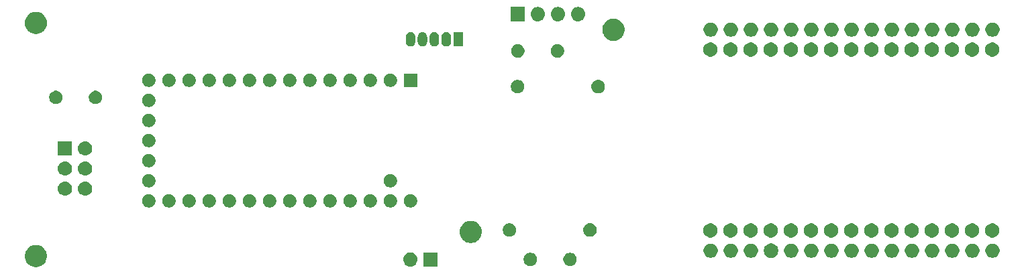
<source format=gbr>
G04 #@! TF.GenerationSoftware,KiCad,Pcbnew,(5.1.4)-1*
G04 #@! TF.CreationDate,2019-09-02T19:22:19+02:00*
G04 #@! TF.ProjectId,DNMS,444e4d53-2e6b-4696-9361-645f70636258,0.9.0*
G04 #@! TF.SameCoordinates,Original*
G04 #@! TF.FileFunction,Soldermask,Bot*
G04 #@! TF.FilePolarity,Negative*
%FSLAX46Y46*%
G04 Gerber Fmt 4.6, Leading zero omitted, Abs format (unit mm)*
G04 Created by KiCad (PCBNEW (5.1.4)-1) date 2019-09-02 19:22:19*
%MOMM*%
%LPD*%
G04 APERTURE LIST*
%ADD10C,0.100000*%
G04 APERTURE END LIST*
D10*
G36*
X64312529Y-87024127D02*
G01*
X64416657Y-87044839D01*
X64522267Y-87088585D01*
X64671621Y-87150449D01*
X64671622Y-87150450D01*
X64901086Y-87303772D01*
X65096228Y-87498914D01*
X65186000Y-87633268D01*
X65249551Y-87728379D01*
X65285303Y-87814692D01*
X65355161Y-87983343D01*
X65359569Y-88005503D01*
X65409000Y-88254012D01*
X65409000Y-88529988D01*
X65355161Y-88800656D01*
X65249551Y-89055621D01*
X65198675Y-89131763D01*
X65096228Y-89285086D01*
X64901086Y-89480228D01*
X64754838Y-89577947D01*
X64671621Y-89633551D01*
X64582652Y-89670403D01*
X64416657Y-89739161D01*
X64326433Y-89757107D01*
X64145988Y-89793000D01*
X63870012Y-89793000D01*
X63689567Y-89757107D01*
X63599343Y-89739161D01*
X63433348Y-89670403D01*
X63344379Y-89633551D01*
X63261162Y-89577947D01*
X63114914Y-89480228D01*
X62919772Y-89285086D01*
X62817325Y-89131763D01*
X62766449Y-89055621D01*
X62660839Y-88800656D01*
X62607000Y-88529988D01*
X62607000Y-88254012D01*
X62656431Y-88005503D01*
X62660839Y-87983343D01*
X62730697Y-87814692D01*
X62766449Y-87728379D01*
X62830000Y-87633268D01*
X62919772Y-87498914D01*
X63114914Y-87303772D01*
X63344378Y-87150450D01*
X63344379Y-87150449D01*
X63493733Y-87088585D01*
X63599343Y-87044839D01*
X63703471Y-87024127D01*
X63870012Y-86991000D01*
X64145988Y-86991000D01*
X64312529Y-87024127D01*
X64312529Y-87024127D01*
G37*
G36*
X114693000Y-89734960D02*
G01*
X112891000Y-89734960D01*
X112891000Y-87932960D01*
X114693000Y-87932960D01*
X114693000Y-89734960D01*
X114693000Y-89734960D01*
G37*
G36*
X111362443Y-87939479D02*
G01*
X111428627Y-87945997D01*
X111598466Y-87997517D01*
X111754991Y-88081182D01*
X111790729Y-88110512D01*
X111892186Y-88193774D01*
X111964031Y-88281319D01*
X112004778Y-88330969D01*
X112088443Y-88487494D01*
X112139963Y-88657333D01*
X112157359Y-88833960D01*
X112139963Y-89010587D01*
X112088443Y-89180426D01*
X112004778Y-89336951D01*
X111980708Y-89366280D01*
X111892186Y-89474146D01*
X111790729Y-89557408D01*
X111754991Y-89586738D01*
X111598466Y-89670403D01*
X111428627Y-89721923D01*
X111362443Y-89728441D01*
X111296260Y-89734960D01*
X111207740Y-89734960D01*
X111141557Y-89728441D01*
X111075373Y-89721923D01*
X110905534Y-89670403D01*
X110749009Y-89586738D01*
X110713271Y-89557408D01*
X110611814Y-89474146D01*
X110523292Y-89366280D01*
X110499222Y-89336951D01*
X110415557Y-89180426D01*
X110364037Y-89010587D01*
X110346641Y-88833960D01*
X110364037Y-88657333D01*
X110415557Y-88487494D01*
X110499222Y-88330969D01*
X110539969Y-88281319D01*
X110611814Y-88193774D01*
X110713271Y-88110512D01*
X110749009Y-88081182D01*
X110905534Y-87997517D01*
X111075373Y-87945997D01*
X111141557Y-87939479D01*
X111207740Y-87932960D01*
X111296260Y-87932960D01*
X111362443Y-87939479D01*
X111362443Y-87939479D01*
G37*
G36*
X126646248Y-88005503D02*
G01*
X126801120Y-88069653D01*
X126940501Y-88162785D01*
X127059035Y-88281319D01*
X127152167Y-88420700D01*
X127216317Y-88575572D01*
X127249020Y-88739984D01*
X127249020Y-88907616D01*
X127216317Y-89072028D01*
X127152167Y-89226900D01*
X127059035Y-89366281D01*
X126940501Y-89484815D01*
X126801120Y-89577947D01*
X126646248Y-89642097D01*
X126481836Y-89674800D01*
X126314204Y-89674800D01*
X126149792Y-89642097D01*
X125994920Y-89577947D01*
X125855539Y-89484815D01*
X125737005Y-89366281D01*
X125643873Y-89226900D01*
X125579723Y-89072028D01*
X125547020Y-88907616D01*
X125547020Y-88739984D01*
X125579723Y-88575572D01*
X125643873Y-88420700D01*
X125737005Y-88281319D01*
X125855539Y-88162785D01*
X125994920Y-88069653D01*
X126149792Y-88005503D01*
X126314204Y-87972800D01*
X126481836Y-87972800D01*
X126646248Y-88005503D01*
X126646248Y-88005503D01*
G37*
G36*
X131646248Y-88005503D02*
G01*
X131801120Y-88069653D01*
X131940501Y-88162785D01*
X132059035Y-88281319D01*
X132152167Y-88420700D01*
X132216317Y-88575572D01*
X132249020Y-88739984D01*
X132249020Y-88907616D01*
X132216317Y-89072028D01*
X132152167Y-89226900D01*
X132059035Y-89366281D01*
X131940501Y-89484815D01*
X131801120Y-89577947D01*
X131646248Y-89642097D01*
X131481836Y-89674800D01*
X131314204Y-89674800D01*
X131149792Y-89642097D01*
X130994920Y-89577947D01*
X130855539Y-89484815D01*
X130737005Y-89366281D01*
X130643873Y-89226900D01*
X130579723Y-89072028D01*
X130547020Y-88907616D01*
X130547020Y-88739984D01*
X130579723Y-88575572D01*
X130643873Y-88420700D01*
X130737005Y-88281319D01*
X130855539Y-88162785D01*
X130994920Y-88069653D01*
X131149792Y-88005503D01*
X131314204Y-87972800D01*
X131481836Y-87972800D01*
X131646248Y-88005503D01*
X131646248Y-88005503D01*
G37*
G36*
X157032365Y-86838373D02*
G01*
X157199975Y-86907800D01*
X157199977Y-86907801D01*
X157350823Y-87008593D01*
X157479107Y-87136877D01*
X157488176Y-87150450D01*
X157579900Y-87287725D01*
X157649327Y-87455335D01*
X157684720Y-87633268D01*
X157684720Y-87814692D01*
X157649327Y-87992625D01*
X157612645Y-88081182D01*
X157579899Y-88160237D01*
X157479107Y-88311083D01*
X157350823Y-88439367D01*
X157199977Y-88540159D01*
X157199976Y-88540160D01*
X157199975Y-88540160D01*
X157032365Y-88609587D01*
X156854432Y-88644980D01*
X156673008Y-88644980D01*
X156495075Y-88609587D01*
X156327465Y-88540160D01*
X156327464Y-88540160D01*
X156327463Y-88540159D01*
X156176617Y-88439367D01*
X156048333Y-88311083D01*
X155947541Y-88160237D01*
X155914795Y-88081182D01*
X155878113Y-87992625D01*
X155842720Y-87814692D01*
X155842720Y-87633268D01*
X155878113Y-87455335D01*
X155947540Y-87287725D01*
X156039264Y-87150450D01*
X156048333Y-87136877D01*
X156176617Y-87008593D01*
X156327463Y-86907801D01*
X156327465Y-86907800D01*
X156495075Y-86838373D01*
X156673008Y-86802980D01*
X156854432Y-86802980D01*
X157032365Y-86838373D01*
X157032365Y-86838373D01*
G37*
G36*
X172117232Y-86827907D02*
G01*
X172266532Y-86857604D01*
X172430504Y-86925524D01*
X172578074Y-87024127D01*
X172703573Y-87149626D01*
X172802176Y-87297196D01*
X172870096Y-87461168D01*
X172904720Y-87635239D01*
X172904720Y-87812721D01*
X172870096Y-87986792D01*
X172802176Y-88150764D01*
X172703573Y-88298334D01*
X172578074Y-88423833D01*
X172430504Y-88522436D01*
X172266532Y-88590356D01*
X172117232Y-88620053D01*
X172092462Y-88624980D01*
X171914978Y-88624980D01*
X171890208Y-88620053D01*
X171740908Y-88590356D01*
X171576936Y-88522436D01*
X171429366Y-88423833D01*
X171303867Y-88298334D01*
X171205264Y-88150764D01*
X171137344Y-87986792D01*
X171102720Y-87812721D01*
X171102720Y-87635239D01*
X171137344Y-87461168D01*
X171205264Y-87297196D01*
X171303867Y-87149626D01*
X171429366Y-87024127D01*
X171576936Y-86925524D01*
X171740908Y-86857604D01*
X171890208Y-86827907D01*
X171914978Y-86822980D01*
X172092462Y-86822980D01*
X172117232Y-86827907D01*
X172117232Y-86827907D01*
G37*
G36*
X184817232Y-86827907D02*
G01*
X184966532Y-86857604D01*
X185130504Y-86925524D01*
X185278074Y-87024127D01*
X185403573Y-87149626D01*
X185502176Y-87297196D01*
X185570096Y-87461168D01*
X185604720Y-87635239D01*
X185604720Y-87812721D01*
X185570096Y-87986792D01*
X185502176Y-88150764D01*
X185403573Y-88298334D01*
X185278074Y-88423833D01*
X185130504Y-88522436D01*
X184966532Y-88590356D01*
X184817232Y-88620053D01*
X184792462Y-88624980D01*
X184614978Y-88624980D01*
X184590208Y-88620053D01*
X184440908Y-88590356D01*
X184276936Y-88522436D01*
X184129366Y-88423833D01*
X184003867Y-88298334D01*
X183905264Y-88150764D01*
X183837344Y-87986792D01*
X183802720Y-87812721D01*
X183802720Y-87635239D01*
X183837344Y-87461168D01*
X183905264Y-87297196D01*
X184003867Y-87149626D01*
X184129366Y-87024127D01*
X184276936Y-86925524D01*
X184440908Y-86857604D01*
X184590208Y-86827907D01*
X184614978Y-86822980D01*
X184792462Y-86822980D01*
X184817232Y-86827907D01*
X184817232Y-86827907D01*
G37*
G36*
X182277232Y-86827907D02*
G01*
X182426532Y-86857604D01*
X182590504Y-86925524D01*
X182738074Y-87024127D01*
X182863573Y-87149626D01*
X182962176Y-87297196D01*
X183030096Y-87461168D01*
X183064720Y-87635239D01*
X183064720Y-87812721D01*
X183030096Y-87986792D01*
X182962176Y-88150764D01*
X182863573Y-88298334D01*
X182738074Y-88423833D01*
X182590504Y-88522436D01*
X182426532Y-88590356D01*
X182277232Y-88620053D01*
X182252462Y-88624980D01*
X182074978Y-88624980D01*
X182050208Y-88620053D01*
X181900908Y-88590356D01*
X181736936Y-88522436D01*
X181589366Y-88423833D01*
X181463867Y-88298334D01*
X181365264Y-88150764D01*
X181297344Y-87986792D01*
X181262720Y-87812721D01*
X181262720Y-87635239D01*
X181297344Y-87461168D01*
X181365264Y-87297196D01*
X181463867Y-87149626D01*
X181589366Y-87024127D01*
X181736936Y-86925524D01*
X181900908Y-86857604D01*
X182050208Y-86827907D01*
X182074978Y-86822980D01*
X182252462Y-86822980D01*
X182277232Y-86827907D01*
X182277232Y-86827907D01*
G37*
G36*
X174657232Y-86827907D02*
G01*
X174806532Y-86857604D01*
X174970504Y-86925524D01*
X175118074Y-87024127D01*
X175243573Y-87149626D01*
X175342176Y-87297196D01*
X175410096Y-87461168D01*
X175444720Y-87635239D01*
X175444720Y-87812721D01*
X175410096Y-87986792D01*
X175342176Y-88150764D01*
X175243573Y-88298334D01*
X175118074Y-88423833D01*
X174970504Y-88522436D01*
X174806532Y-88590356D01*
X174657232Y-88620053D01*
X174632462Y-88624980D01*
X174454978Y-88624980D01*
X174430208Y-88620053D01*
X174280908Y-88590356D01*
X174116936Y-88522436D01*
X173969366Y-88423833D01*
X173843867Y-88298334D01*
X173745264Y-88150764D01*
X173677344Y-87986792D01*
X173642720Y-87812721D01*
X173642720Y-87635239D01*
X173677344Y-87461168D01*
X173745264Y-87297196D01*
X173843867Y-87149626D01*
X173969366Y-87024127D01*
X174116936Y-86925524D01*
X174280908Y-86857604D01*
X174430208Y-86827907D01*
X174454978Y-86822980D01*
X174632462Y-86822980D01*
X174657232Y-86827907D01*
X174657232Y-86827907D01*
G37*
G36*
X169577232Y-86827907D02*
G01*
X169726532Y-86857604D01*
X169890504Y-86925524D01*
X170038074Y-87024127D01*
X170163573Y-87149626D01*
X170262176Y-87297196D01*
X170330096Y-87461168D01*
X170364720Y-87635239D01*
X170364720Y-87812721D01*
X170330096Y-87986792D01*
X170262176Y-88150764D01*
X170163573Y-88298334D01*
X170038074Y-88423833D01*
X169890504Y-88522436D01*
X169726532Y-88590356D01*
X169577232Y-88620053D01*
X169552462Y-88624980D01*
X169374978Y-88624980D01*
X169350208Y-88620053D01*
X169200908Y-88590356D01*
X169036936Y-88522436D01*
X168889366Y-88423833D01*
X168763867Y-88298334D01*
X168665264Y-88150764D01*
X168597344Y-87986792D01*
X168562720Y-87812721D01*
X168562720Y-87635239D01*
X168597344Y-87461168D01*
X168665264Y-87297196D01*
X168763867Y-87149626D01*
X168889366Y-87024127D01*
X169036936Y-86925524D01*
X169200908Y-86857604D01*
X169350208Y-86827907D01*
X169374978Y-86822980D01*
X169552462Y-86822980D01*
X169577232Y-86827907D01*
X169577232Y-86827907D01*
G37*
G36*
X164497232Y-86827907D02*
G01*
X164646532Y-86857604D01*
X164810504Y-86925524D01*
X164958074Y-87024127D01*
X165083573Y-87149626D01*
X165182176Y-87297196D01*
X165250096Y-87461168D01*
X165284720Y-87635239D01*
X165284720Y-87812721D01*
X165250096Y-87986792D01*
X165182176Y-88150764D01*
X165083573Y-88298334D01*
X164958074Y-88423833D01*
X164810504Y-88522436D01*
X164646532Y-88590356D01*
X164497232Y-88620053D01*
X164472462Y-88624980D01*
X164294978Y-88624980D01*
X164270208Y-88620053D01*
X164120908Y-88590356D01*
X163956936Y-88522436D01*
X163809366Y-88423833D01*
X163683867Y-88298334D01*
X163585264Y-88150764D01*
X163517344Y-87986792D01*
X163482720Y-87812721D01*
X163482720Y-87635239D01*
X163517344Y-87461168D01*
X163585264Y-87297196D01*
X163683867Y-87149626D01*
X163809366Y-87024127D01*
X163956936Y-86925524D01*
X164120908Y-86857604D01*
X164270208Y-86827907D01*
X164294978Y-86822980D01*
X164472462Y-86822980D01*
X164497232Y-86827907D01*
X164497232Y-86827907D01*
G37*
G36*
X161957232Y-86827907D02*
G01*
X162106532Y-86857604D01*
X162270504Y-86925524D01*
X162418074Y-87024127D01*
X162543573Y-87149626D01*
X162642176Y-87297196D01*
X162710096Y-87461168D01*
X162744720Y-87635239D01*
X162744720Y-87812721D01*
X162710096Y-87986792D01*
X162642176Y-88150764D01*
X162543573Y-88298334D01*
X162418074Y-88423833D01*
X162270504Y-88522436D01*
X162106532Y-88590356D01*
X161957232Y-88620053D01*
X161932462Y-88624980D01*
X161754978Y-88624980D01*
X161730208Y-88620053D01*
X161580908Y-88590356D01*
X161416936Y-88522436D01*
X161269366Y-88423833D01*
X161143867Y-88298334D01*
X161045264Y-88150764D01*
X160977344Y-87986792D01*
X160942720Y-87812721D01*
X160942720Y-87635239D01*
X160977344Y-87461168D01*
X161045264Y-87297196D01*
X161143867Y-87149626D01*
X161269366Y-87024127D01*
X161416936Y-86925524D01*
X161580908Y-86857604D01*
X161730208Y-86827907D01*
X161754978Y-86822980D01*
X161932462Y-86822980D01*
X161957232Y-86827907D01*
X161957232Y-86827907D01*
G37*
G36*
X159417232Y-86827907D02*
G01*
X159566532Y-86857604D01*
X159730504Y-86925524D01*
X159878074Y-87024127D01*
X160003573Y-87149626D01*
X160102176Y-87297196D01*
X160170096Y-87461168D01*
X160204720Y-87635239D01*
X160204720Y-87812721D01*
X160170096Y-87986792D01*
X160102176Y-88150764D01*
X160003573Y-88298334D01*
X159878074Y-88423833D01*
X159730504Y-88522436D01*
X159566532Y-88590356D01*
X159417232Y-88620053D01*
X159392462Y-88624980D01*
X159214978Y-88624980D01*
X159190208Y-88620053D01*
X159040908Y-88590356D01*
X158876936Y-88522436D01*
X158729366Y-88423833D01*
X158603867Y-88298334D01*
X158505264Y-88150764D01*
X158437344Y-87986792D01*
X158402720Y-87812721D01*
X158402720Y-87635239D01*
X158437344Y-87461168D01*
X158505264Y-87297196D01*
X158603867Y-87149626D01*
X158729366Y-87024127D01*
X158876936Y-86925524D01*
X159040908Y-86857604D01*
X159190208Y-86827907D01*
X159214978Y-86822980D01*
X159392462Y-86822980D01*
X159417232Y-86827907D01*
X159417232Y-86827907D01*
G37*
G36*
X154337232Y-86827907D02*
G01*
X154486532Y-86857604D01*
X154650504Y-86925524D01*
X154798074Y-87024127D01*
X154923573Y-87149626D01*
X155022176Y-87297196D01*
X155090096Y-87461168D01*
X155124720Y-87635239D01*
X155124720Y-87812721D01*
X155090096Y-87986792D01*
X155022176Y-88150764D01*
X154923573Y-88298334D01*
X154798074Y-88423833D01*
X154650504Y-88522436D01*
X154486532Y-88590356D01*
X154337232Y-88620053D01*
X154312462Y-88624980D01*
X154134978Y-88624980D01*
X154110208Y-88620053D01*
X153960908Y-88590356D01*
X153796936Y-88522436D01*
X153649366Y-88423833D01*
X153523867Y-88298334D01*
X153425264Y-88150764D01*
X153357344Y-87986792D01*
X153322720Y-87812721D01*
X153322720Y-87635239D01*
X153357344Y-87461168D01*
X153425264Y-87297196D01*
X153523867Y-87149626D01*
X153649366Y-87024127D01*
X153796936Y-86925524D01*
X153960908Y-86857604D01*
X154110208Y-86827907D01*
X154134978Y-86822980D01*
X154312462Y-86822980D01*
X154337232Y-86827907D01*
X154337232Y-86827907D01*
G37*
G36*
X151797232Y-86827907D02*
G01*
X151946532Y-86857604D01*
X152110504Y-86925524D01*
X152258074Y-87024127D01*
X152383573Y-87149626D01*
X152482176Y-87297196D01*
X152550096Y-87461168D01*
X152584720Y-87635239D01*
X152584720Y-87812721D01*
X152550096Y-87986792D01*
X152482176Y-88150764D01*
X152383573Y-88298334D01*
X152258074Y-88423833D01*
X152110504Y-88522436D01*
X151946532Y-88590356D01*
X151797232Y-88620053D01*
X151772462Y-88624980D01*
X151594978Y-88624980D01*
X151570208Y-88620053D01*
X151420908Y-88590356D01*
X151256936Y-88522436D01*
X151109366Y-88423833D01*
X150983867Y-88298334D01*
X150885264Y-88150764D01*
X150817344Y-87986792D01*
X150782720Y-87812721D01*
X150782720Y-87635239D01*
X150817344Y-87461168D01*
X150885264Y-87297196D01*
X150983867Y-87149626D01*
X151109366Y-87024127D01*
X151256936Y-86925524D01*
X151420908Y-86857604D01*
X151570208Y-86827907D01*
X151594978Y-86822980D01*
X151772462Y-86822980D01*
X151797232Y-86827907D01*
X151797232Y-86827907D01*
G37*
G36*
X149257232Y-86827907D02*
G01*
X149406532Y-86857604D01*
X149570504Y-86925524D01*
X149718074Y-87024127D01*
X149843573Y-87149626D01*
X149942176Y-87297196D01*
X150010096Y-87461168D01*
X150044720Y-87635239D01*
X150044720Y-87812721D01*
X150010096Y-87986792D01*
X149942176Y-88150764D01*
X149843573Y-88298334D01*
X149718074Y-88423833D01*
X149570504Y-88522436D01*
X149406532Y-88590356D01*
X149257232Y-88620053D01*
X149232462Y-88624980D01*
X149054978Y-88624980D01*
X149030208Y-88620053D01*
X148880908Y-88590356D01*
X148716936Y-88522436D01*
X148569366Y-88423833D01*
X148443867Y-88298334D01*
X148345264Y-88150764D01*
X148277344Y-87986792D01*
X148242720Y-87812721D01*
X148242720Y-87635239D01*
X148277344Y-87461168D01*
X148345264Y-87297196D01*
X148443867Y-87149626D01*
X148569366Y-87024127D01*
X148716936Y-86925524D01*
X148880908Y-86857604D01*
X149030208Y-86827907D01*
X149054978Y-86822980D01*
X149232462Y-86822980D01*
X149257232Y-86827907D01*
X149257232Y-86827907D01*
G37*
G36*
X179737232Y-86827907D02*
G01*
X179886532Y-86857604D01*
X180050504Y-86925524D01*
X180198074Y-87024127D01*
X180323573Y-87149626D01*
X180422176Y-87297196D01*
X180490096Y-87461168D01*
X180524720Y-87635239D01*
X180524720Y-87812721D01*
X180490096Y-87986792D01*
X180422176Y-88150764D01*
X180323573Y-88298334D01*
X180198074Y-88423833D01*
X180050504Y-88522436D01*
X179886532Y-88590356D01*
X179737232Y-88620053D01*
X179712462Y-88624980D01*
X179534978Y-88624980D01*
X179510208Y-88620053D01*
X179360908Y-88590356D01*
X179196936Y-88522436D01*
X179049366Y-88423833D01*
X178923867Y-88298334D01*
X178825264Y-88150764D01*
X178757344Y-87986792D01*
X178722720Y-87812721D01*
X178722720Y-87635239D01*
X178757344Y-87461168D01*
X178825264Y-87297196D01*
X178923867Y-87149626D01*
X179049366Y-87024127D01*
X179196936Y-86925524D01*
X179360908Y-86857604D01*
X179510208Y-86827907D01*
X179534978Y-86822980D01*
X179712462Y-86822980D01*
X179737232Y-86827907D01*
X179737232Y-86827907D01*
G37*
G36*
X177197232Y-86827907D02*
G01*
X177346532Y-86857604D01*
X177510504Y-86925524D01*
X177658074Y-87024127D01*
X177783573Y-87149626D01*
X177882176Y-87297196D01*
X177950096Y-87461168D01*
X177984720Y-87635239D01*
X177984720Y-87812721D01*
X177950096Y-87986792D01*
X177882176Y-88150764D01*
X177783573Y-88298334D01*
X177658074Y-88423833D01*
X177510504Y-88522436D01*
X177346532Y-88590356D01*
X177197232Y-88620053D01*
X177172462Y-88624980D01*
X176994978Y-88624980D01*
X176970208Y-88620053D01*
X176820908Y-88590356D01*
X176656936Y-88522436D01*
X176509366Y-88423833D01*
X176383867Y-88298334D01*
X176285264Y-88150764D01*
X176217344Y-87986792D01*
X176182720Y-87812721D01*
X176182720Y-87635239D01*
X176217344Y-87461168D01*
X176285264Y-87297196D01*
X176383867Y-87149626D01*
X176509366Y-87024127D01*
X176656936Y-86925524D01*
X176820908Y-86857604D01*
X176970208Y-86827907D01*
X176994978Y-86822980D01*
X177172462Y-86822980D01*
X177197232Y-86827907D01*
X177197232Y-86827907D01*
G37*
G36*
X167037232Y-86827907D02*
G01*
X167186532Y-86857604D01*
X167350504Y-86925524D01*
X167498074Y-87024127D01*
X167623573Y-87149626D01*
X167722176Y-87297196D01*
X167790096Y-87461168D01*
X167824720Y-87635239D01*
X167824720Y-87812721D01*
X167790096Y-87986792D01*
X167722176Y-88150764D01*
X167623573Y-88298334D01*
X167498074Y-88423833D01*
X167350504Y-88522436D01*
X167186532Y-88590356D01*
X167037232Y-88620053D01*
X167012462Y-88624980D01*
X166834978Y-88624980D01*
X166810208Y-88620053D01*
X166660908Y-88590356D01*
X166496936Y-88522436D01*
X166349366Y-88423833D01*
X166223867Y-88298334D01*
X166125264Y-88150764D01*
X166057344Y-87986792D01*
X166022720Y-87812721D01*
X166022720Y-87635239D01*
X166057344Y-87461168D01*
X166125264Y-87297196D01*
X166223867Y-87149626D01*
X166349366Y-87024127D01*
X166496936Y-86925524D01*
X166660908Y-86857604D01*
X166810208Y-86827907D01*
X166834978Y-86822980D01*
X167012462Y-86822980D01*
X167037232Y-86827907D01*
X167037232Y-86827907D01*
G37*
G36*
X119190433Y-83978893D02*
G01*
X119280657Y-83996839D01*
X119386267Y-84040585D01*
X119535621Y-84102449D01*
X119535622Y-84102450D01*
X119765086Y-84255772D01*
X119960228Y-84450914D01*
X119968843Y-84463808D01*
X120113551Y-84680379D01*
X120155038Y-84780538D01*
X120219161Y-84935343D01*
X120236789Y-85023964D01*
X120273000Y-85206012D01*
X120273000Y-85481988D01*
X120267253Y-85510880D01*
X120219161Y-85752657D01*
X120175415Y-85858267D01*
X120113551Y-86007621D01*
X120113550Y-86007622D01*
X119960228Y-86237086D01*
X119765086Y-86432228D01*
X119611763Y-86534675D01*
X119535621Y-86585551D01*
X119386267Y-86647415D01*
X119280657Y-86691161D01*
X119190433Y-86709107D01*
X119009988Y-86745000D01*
X118734012Y-86745000D01*
X118553567Y-86709107D01*
X118463343Y-86691161D01*
X118357733Y-86647415D01*
X118208379Y-86585551D01*
X118132237Y-86534675D01*
X117978914Y-86432228D01*
X117783772Y-86237086D01*
X117630450Y-86007622D01*
X117630449Y-86007621D01*
X117568585Y-85858267D01*
X117524839Y-85752657D01*
X117476747Y-85510880D01*
X117471000Y-85481988D01*
X117471000Y-85206012D01*
X117507211Y-85023964D01*
X117524839Y-84935343D01*
X117588962Y-84780538D01*
X117630449Y-84680379D01*
X117775157Y-84463808D01*
X117783772Y-84450914D01*
X117978914Y-84255772D01*
X118208378Y-84102450D01*
X118208379Y-84102449D01*
X118357733Y-84040585D01*
X118463343Y-83996839D01*
X118553567Y-83978893D01*
X118734012Y-83943000D01*
X119009988Y-83943000D01*
X119190433Y-83978893D01*
X119190433Y-83978893D01*
G37*
G36*
X156841672Y-84267587D02*
G01*
X156990972Y-84297284D01*
X157154944Y-84365204D01*
X157302514Y-84463807D01*
X157428013Y-84589306D01*
X157526616Y-84736876D01*
X157594536Y-84900848D01*
X157629160Y-85074919D01*
X157629160Y-85252401D01*
X157594536Y-85426472D01*
X157526616Y-85590444D01*
X157428013Y-85738014D01*
X157302514Y-85863513D01*
X157154944Y-85962116D01*
X156990972Y-86030036D01*
X156841672Y-86059733D01*
X156816902Y-86064660D01*
X156639418Y-86064660D01*
X156614648Y-86059733D01*
X156465348Y-86030036D01*
X156301376Y-85962116D01*
X156153806Y-85863513D01*
X156028307Y-85738014D01*
X155929704Y-85590444D01*
X155861784Y-85426472D01*
X155827160Y-85252401D01*
X155827160Y-85074919D01*
X155861784Y-84900848D01*
X155929704Y-84736876D01*
X156028307Y-84589306D01*
X156153806Y-84463807D01*
X156301376Y-84365204D01*
X156465348Y-84297284D01*
X156614648Y-84267587D01*
X156639418Y-84262660D01*
X156816902Y-84262660D01*
X156841672Y-84267587D01*
X156841672Y-84267587D01*
G37*
G36*
X154301672Y-84267587D02*
G01*
X154450972Y-84297284D01*
X154614944Y-84365204D01*
X154762514Y-84463807D01*
X154888013Y-84589306D01*
X154986616Y-84736876D01*
X155054536Y-84900848D01*
X155089160Y-85074919D01*
X155089160Y-85252401D01*
X155054536Y-85426472D01*
X154986616Y-85590444D01*
X154888013Y-85738014D01*
X154762514Y-85863513D01*
X154614944Y-85962116D01*
X154450972Y-86030036D01*
X154301672Y-86059733D01*
X154276902Y-86064660D01*
X154099418Y-86064660D01*
X154074648Y-86059733D01*
X153925348Y-86030036D01*
X153761376Y-85962116D01*
X153613806Y-85863513D01*
X153488307Y-85738014D01*
X153389704Y-85590444D01*
X153321784Y-85426472D01*
X153287160Y-85252401D01*
X153287160Y-85074919D01*
X153321784Y-84900848D01*
X153389704Y-84736876D01*
X153488307Y-84589306D01*
X153613806Y-84463807D01*
X153761376Y-84365204D01*
X153925348Y-84297284D01*
X154074648Y-84267587D01*
X154099418Y-84262660D01*
X154276902Y-84262660D01*
X154301672Y-84267587D01*
X154301672Y-84267587D01*
G37*
G36*
X151761672Y-84267587D02*
G01*
X151910972Y-84297284D01*
X152074944Y-84365204D01*
X152222514Y-84463807D01*
X152348013Y-84589306D01*
X152446616Y-84736876D01*
X152514536Y-84900848D01*
X152549160Y-85074919D01*
X152549160Y-85252401D01*
X152514536Y-85426472D01*
X152446616Y-85590444D01*
X152348013Y-85738014D01*
X152222514Y-85863513D01*
X152074944Y-85962116D01*
X151910972Y-86030036D01*
X151761672Y-86059733D01*
X151736902Y-86064660D01*
X151559418Y-86064660D01*
X151534648Y-86059733D01*
X151385348Y-86030036D01*
X151221376Y-85962116D01*
X151073806Y-85863513D01*
X150948307Y-85738014D01*
X150849704Y-85590444D01*
X150781784Y-85426472D01*
X150747160Y-85252401D01*
X150747160Y-85074919D01*
X150781784Y-84900848D01*
X150849704Y-84736876D01*
X150948307Y-84589306D01*
X151073806Y-84463807D01*
X151221376Y-84365204D01*
X151385348Y-84297284D01*
X151534648Y-84267587D01*
X151559418Y-84262660D01*
X151736902Y-84262660D01*
X151761672Y-84267587D01*
X151761672Y-84267587D01*
G37*
G36*
X159381672Y-84267587D02*
G01*
X159530972Y-84297284D01*
X159694944Y-84365204D01*
X159842514Y-84463807D01*
X159968013Y-84589306D01*
X160066616Y-84736876D01*
X160134536Y-84900848D01*
X160169160Y-85074919D01*
X160169160Y-85252401D01*
X160134536Y-85426472D01*
X160066616Y-85590444D01*
X159968013Y-85738014D01*
X159842514Y-85863513D01*
X159694944Y-85962116D01*
X159530972Y-86030036D01*
X159381672Y-86059733D01*
X159356902Y-86064660D01*
X159179418Y-86064660D01*
X159154648Y-86059733D01*
X159005348Y-86030036D01*
X158841376Y-85962116D01*
X158693806Y-85863513D01*
X158568307Y-85738014D01*
X158469704Y-85590444D01*
X158401784Y-85426472D01*
X158367160Y-85252401D01*
X158367160Y-85074919D01*
X158401784Y-84900848D01*
X158469704Y-84736876D01*
X158568307Y-84589306D01*
X158693806Y-84463807D01*
X158841376Y-84365204D01*
X159005348Y-84297284D01*
X159154648Y-84267587D01*
X159179418Y-84262660D01*
X159356902Y-84262660D01*
X159381672Y-84267587D01*
X159381672Y-84267587D01*
G37*
G36*
X184781672Y-84267587D02*
G01*
X184930972Y-84297284D01*
X185094944Y-84365204D01*
X185242514Y-84463807D01*
X185368013Y-84589306D01*
X185466616Y-84736876D01*
X185534536Y-84900848D01*
X185569160Y-85074919D01*
X185569160Y-85252401D01*
X185534536Y-85426472D01*
X185466616Y-85590444D01*
X185368013Y-85738014D01*
X185242514Y-85863513D01*
X185094944Y-85962116D01*
X184930972Y-86030036D01*
X184781672Y-86059733D01*
X184756902Y-86064660D01*
X184579418Y-86064660D01*
X184554648Y-86059733D01*
X184405348Y-86030036D01*
X184241376Y-85962116D01*
X184093806Y-85863513D01*
X183968307Y-85738014D01*
X183869704Y-85590444D01*
X183801784Y-85426472D01*
X183767160Y-85252401D01*
X183767160Y-85074919D01*
X183801784Y-84900848D01*
X183869704Y-84736876D01*
X183968307Y-84589306D01*
X184093806Y-84463807D01*
X184241376Y-84365204D01*
X184405348Y-84297284D01*
X184554648Y-84267587D01*
X184579418Y-84262660D01*
X184756902Y-84262660D01*
X184781672Y-84267587D01*
X184781672Y-84267587D01*
G37*
G36*
X182241672Y-84267587D02*
G01*
X182390972Y-84297284D01*
X182554944Y-84365204D01*
X182702514Y-84463807D01*
X182828013Y-84589306D01*
X182926616Y-84736876D01*
X182994536Y-84900848D01*
X183029160Y-85074919D01*
X183029160Y-85252401D01*
X182994536Y-85426472D01*
X182926616Y-85590444D01*
X182828013Y-85738014D01*
X182702514Y-85863513D01*
X182554944Y-85962116D01*
X182390972Y-86030036D01*
X182241672Y-86059733D01*
X182216902Y-86064660D01*
X182039418Y-86064660D01*
X182014648Y-86059733D01*
X181865348Y-86030036D01*
X181701376Y-85962116D01*
X181553806Y-85863513D01*
X181428307Y-85738014D01*
X181329704Y-85590444D01*
X181261784Y-85426472D01*
X181227160Y-85252401D01*
X181227160Y-85074919D01*
X181261784Y-84900848D01*
X181329704Y-84736876D01*
X181428307Y-84589306D01*
X181553806Y-84463807D01*
X181701376Y-84365204D01*
X181865348Y-84297284D01*
X182014648Y-84267587D01*
X182039418Y-84262660D01*
X182216902Y-84262660D01*
X182241672Y-84267587D01*
X182241672Y-84267587D01*
G37*
G36*
X179701672Y-84267587D02*
G01*
X179850972Y-84297284D01*
X180014944Y-84365204D01*
X180162514Y-84463807D01*
X180288013Y-84589306D01*
X180386616Y-84736876D01*
X180454536Y-84900848D01*
X180489160Y-85074919D01*
X180489160Y-85252401D01*
X180454536Y-85426472D01*
X180386616Y-85590444D01*
X180288013Y-85738014D01*
X180162514Y-85863513D01*
X180014944Y-85962116D01*
X179850972Y-86030036D01*
X179701672Y-86059733D01*
X179676902Y-86064660D01*
X179499418Y-86064660D01*
X179474648Y-86059733D01*
X179325348Y-86030036D01*
X179161376Y-85962116D01*
X179013806Y-85863513D01*
X178888307Y-85738014D01*
X178789704Y-85590444D01*
X178721784Y-85426472D01*
X178687160Y-85252401D01*
X178687160Y-85074919D01*
X178721784Y-84900848D01*
X178789704Y-84736876D01*
X178888307Y-84589306D01*
X179013806Y-84463807D01*
X179161376Y-84365204D01*
X179325348Y-84297284D01*
X179474648Y-84267587D01*
X179499418Y-84262660D01*
X179676902Y-84262660D01*
X179701672Y-84267587D01*
X179701672Y-84267587D01*
G37*
G36*
X174621672Y-84267587D02*
G01*
X174770972Y-84297284D01*
X174934944Y-84365204D01*
X175082514Y-84463807D01*
X175208013Y-84589306D01*
X175306616Y-84736876D01*
X175374536Y-84900848D01*
X175409160Y-85074919D01*
X175409160Y-85252401D01*
X175374536Y-85426472D01*
X175306616Y-85590444D01*
X175208013Y-85738014D01*
X175082514Y-85863513D01*
X174934944Y-85962116D01*
X174770972Y-86030036D01*
X174621672Y-86059733D01*
X174596902Y-86064660D01*
X174419418Y-86064660D01*
X174394648Y-86059733D01*
X174245348Y-86030036D01*
X174081376Y-85962116D01*
X173933806Y-85863513D01*
X173808307Y-85738014D01*
X173709704Y-85590444D01*
X173641784Y-85426472D01*
X173607160Y-85252401D01*
X173607160Y-85074919D01*
X173641784Y-84900848D01*
X173709704Y-84736876D01*
X173808307Y-84589306D01*
X173933806Y-84463807D01*
X174081376Y-84365204D01*
X174245348Y-84297284D01*
X174394648Y-84267587D01*
X174419418Y-84262660D01*
X174596902Y-84262660D01*
X174621672Y-84267587D01*
X174621672Y-84267587D01*
G37*
G36*
X177161672Y-84267587D02*
G01*
X177310972Y-84297284D01*
X177474944Y-84365204D01*
X177622514Y-84463807D01*
X177748013Y-84589306D01*
X177846616Y-84736876D01*
X177914536Y-84900848D01*
X177949160Y-85074919D01*
X177949160Y-85252401D01*
X177914536Y-85426472D01*
X177846616Y-85590444D01*
X177748013Y-85738014D01*
X177622514Y-85863513D01*
X177474944Y-85962116D01*
X177310972Y-86030036D01*
X177161672Y-86059733D01*
X177136902Y-86064660D01*
X176959418Y-86064660D01*
X176934648Y-86059733D01*
X176785348Y-86030036D01*
X176621376Y-85962116D01*
X176473806Y-85863513D01*
X176348307Y-85738014D01*
X176249704Y-85590444D01*
X176181784Y-85426472D01*
X176147160Y-85252401D01*
X176147160Y-85074919D01*
X176181784Y-84900848D01*
X176249704Y-84736876D01*
X176348307Y-84589306D01*
X176473806Y-84463807D01*
X176621376Y-84365204D01*
X176785348Y-84297284D01*
X176934648Y-84267587D01*
X176959418Y-84262660D01*
X177136902Y-84262660D01*
X177161672Y-84267587D01*
X177161672Y-84267587D01*
G37*
G36*
X149221672Y-84267587D02*
G01*
X149370972Y-84297284D01*
X149534944Y-84365204D01*
X149682514Y-84463807D01*
X149808013Y-84589306D01*
X149906616Y-84736876D01*
X149974536Y-84900848D01*
X150009160Y-85074919D01*
X150009160Y-85252401D01*
X149974536Y-85426472D01*
X149906616Y-85590444D01*
X149808013Y-85738014D01*
X149682514Y-85863513D01*
X149534944Y-85962116D01*
X149370972Y-86030036D01*
X149221672Y-86059733D01*
X149196902Y-86064660D01*
X149019418Y-86064660D01*
X148994648Y-86059733D01*
X148845348Y-86030036D01*
X148681376Y-85962116D01*
X148533806Y-85863513D01*
X148408307Y-85738014D01*
X148309704Y-85590444D01*
X148241784Y-85426472D01*
X148207160Y-85252401D01*
X148207160Y-85074919D01*
X148241784Y-84900848D01*
X148309704Y-84736876D01*
X148408307Y-84589306D01*
X148533806Y-84463807D01*
X148681376Y-84365204D01*
X148845348Y-84297284D01*
X148994648Y-84267587D01*
X149019418Y-84262660D01*
X149196902Y-84262660D01*
X149221672Y-84267587D01*
X149221672Y-84267587D01*
G37*
G36*
X161921672Y-84267587D02*
G01*
X162070972Y-84297284D01*
X162234944Y-84365204D01*
X162382514Y-84463807D01*
X162508013Y-84589306D01*
X162606616Y-84736876D01*
X162674536Y-84900848D01*
X162709160Y-85074919D01*
X162709160Y-85252401D01*
X162674536Y-85426472D01*
X162606616Y-85590444D01*
X162508013Y-85738014D01*
X162382514Y-85863513D01*
X162234944Y-85962116D01*
X162070972Y-86030036D01*
X161921672Y-86059733D01*
X161896902Y-86064660D01*
X161719418Y-86064660D01*
X161694648Y-86059733D01*
X161545348Y-86030036D01*
X161381376Y-85962116D01*
X161233806Y-85863513D01*
X161108307Y-85738014D01*
X161009704Y-85590444D01*
X160941784Y-85426472D01*
X160907160Y-85252401D01*
X160907160Y-85074919D01*
X160941784Y-84900848D01*
X161009704Y-84736876D01*
X161108307Y-84589306D01*
X161233806Y-84463807D01*
X161381376Y-84365204D01*
X161545348Y-84297284D01*
X161694648Y-84267587D01*
X161719418Y-84262660D01*
X161896902Y-84262660D01*
X161921672Y-84267587D01*
X161921672Y-84267587D01*
G37*
G36*
X164461672Y-84267587D02*
G01*
X164610972Y-84297284D01*
X164774944Y-84365204D01*
X164922514Y-84463807D01*
X165048013Y-84589306D01*
X165146616Y-84736876D01*
X165214536Y-84900848D01*
X165249160Y-85074919D01*
X165249160Y-85252401D01*
X165214536Y-85426472D01*
X165146616Y-85590444D01*
X165048013Y-85738014D01*
X164922514Y-85863513D01*
X164774944Y-85962116D01*
X164610972Y-86030036D01*
X164461672Y-86059733D01*
X164436902Y-86064660D01*
X164259418Y-86064660D01*
X164234648Y-86059733D01*
X164085348Y-86030036D01*
X163921376Y-85962116D01*
X163773806Y-85863513D01*
X163648307Y-85738014D01*
X163549704Y-85590444D01*
X163481784Y-85426472D01*
X163447160Y-85252401D01*
X163447160Y-85074919D01*
X163481784Y-84900848D01*
X163549704Y-84736876D01*
X163648307Y-84589306D01*
X163773806Y-84463807D01*
X163921376Y-84365204D01*
X164085348Y-84297284D01*
X164234648Y-84267587D01*
X164259418Y-84262660D01*
X164436902Y-84262660D01*
X164461672Y-84267587D01*
X164461672Y-84267587D01*
G37*
G36*
X167001672Y-84267587D02*
G01*
X167150972Y-84297284D01*
X167314944Y-84365204D01*
X167462514Y-84463807D01*
X167588013Y-84589306D01*
X167686616Y-84736876D01*
X167754536Y-84900848D01*
X167789160Y-85074919D01*
X167789160Y-85252401D01*
X167754536Y-85426472D01*
X167686616Y-85590444D01*
X167588013Y-85738014D01*
X167462514Y-85863513D01*
X167314944Y-85962116D01*
X167150972Y-86030036D01*
X167001672Y-86059733D01*
X166976902Y-86064660D01*
X166799418Y-86064660D01*
X166774648Y-86059733D01*
X166625348Y-86030036D01*
X166461376Y-85962116D01*
X166313806Y-85863513D01*
X166188307Y-85738014D01*
X166089704Y-85590444D01*
X166021784Y-85426472D01*
X165987160Y-85252401D01*
X165987160Y-85074919D01*
X166021784Y-84900848D01*
X166089704Y-84736876D01*
X166188307Y-84589306D01*
X166313806Y-84463807D01*
X166461376Y-84365204D01*
X166625348Y-84297284D01*
X166774648Y-84267587D01*
X166799418Y-84262660D01*
X166976902Y-84262660D01*
X167001672Y-84267587D01*
X167001672Y-84267587D01*
G37*
G36*
X169541672Y-84267587D02*
G01*
X169690972Y-84297284D01*
X169854944Y-84365204D01*
X170002514Y-84463807D01*
X170128013Y-84589306D01*
X170226616Y-84736876D01*
X170294536Y-84900848D01*
X170329160Y-85074919D01*
X170329160Y-85252401D01*
X170294536Y-85426472D01*
X170226616Y-85590444D01*
X170128013Y-85738014D01*
X170002514Y-85863513D01*
X169854944Y-85962116D01*
X169690972Y-86030036D01*
X169541672Y-86059733D01*
X169516902Y-86064660D01*
X169339418Y-86064660D01*
X169314648Y-86059733D01*
X169165348Y-86030036D01*
X169001376Y-85962116D01*
X168853806Y-85863513D01*
X168728307Y-85738014D01*
X168629704Y-85590444D01*
X168561784Y-85426472D01*
X168527160Y-85252401D01*
X168527160Y-85074919D01*
X168561784Y-84900848D01*
X168629704Y-84736876D01*
X168728307Y-84589306D01*
X168853806Y-84463807D01*
X169001376Y-84365204D01*
X169165348Y-84297284D01*
X169314648Y-84267587D01*
X169339418Y-84262660D01*
X169516902Y-84262660D01*
X169541672Y-84267587D01*
X169541672Y-84267587D01*
G37*
G36*
X172081672Y-84267587D02*
G01*
X172230972Y-84297284D01*
X172394944Y-84365204D01*
X172542514Y-84463807D01*
X172668013Y-84589306D01*
X172766616Y-84736876D01*
X172834536Y-84900848D01*
X172869160Y-85074919D01*
X172869160Y-85252401D01*
X172834536Y-85426472D01*
X172766616Y-85590444D01*
X172668013Y-85738014D01*
X172542514Y-85863513D01*
X172394944Y-85962116D01*
X172230972Y-86030036D01*
X172081672Y-86059733D01*
X172056902Y-86064660D01*
X171879418Y-86064660D01*
X171854648Y-86059733D01*
X171705348Y-86030036D01*
X171541376Y-85962116D01*
X171393806Y-85863513D01*
X171268307Y-85738014D01*
X171169704Y-85590444D01*
X171101784Y-85426472D01*
X171067160Y-85252401D01*
X171067160Y-85074919D01*
X171101784Y-84900848D01*
X171169704Y-84736876D01*
X171268307Y-84589306D01*
X171393806Y-84463807D01*
X171541376Y-84365204D01*
X171705348Y-84297284D01*
X171854648Y-84267587D01*
X171879418Y-84262660D01*
X172056902Y-84262660D01*
X172081672Y-84267587D01*
X172081672Y-84267587D01*
G37*
G36*
X124007188Y-84289483D02*
G01*
X124162060Y-84353633D01*
X124301441Y-84446765D01*
X124419975Y-84565299D01*
X124513107Y-84704680D01*
X124577257Y-84859552D01*
X124609960Y-85023964D01*
X124609960Y-85191596D01*
X124577257Y-85356008D01*
X124513107Y-85510880D01*
X124419975Y-85650261D01*
X124301441Y-85768795D01*
X124162060Y-85861927D01*
X124007188Y-85926077D01*
X123842776Y-85958780D01*
X123675144Y-85958780D01*
X123510732Y-85926077D01*
X123355860Y-85861927D01*
X123216479Y-85768795D01*
X123097945Y-85650261D01*
X123004813Y-85510880D01*
X122940663Y-85356008D01*
X122907960Y-85191596D01*
X122907960Y-85023964D01*
X122940663Y-84859552D01*
X123004813Y-84704680D01*
X123097945Y-84565299D01*
X123216479Y-84446765D01*
X123355860Y-84353633D01*
X123510732Y-84289483D01*
X123675144Y-84256780D01*
X123842776Y-84256780D01*
X124007188Y-84289483D01*
X124007188Y-84289483D01*
G37*
G36*
X134085783Y-84269093D02*
G01*
X134246202Y-84317756D01*
X134313321Y-84353632D01*
X134394038Y-84396776D01*
X134523619Y-84503121D01*
X134629964Y-84632702D01*
X134629965Y-84632704D01*
X134708984Y-84780538D01*
X134757647Y-84940957D01*
X134774077Y-85107780D01*
X134757647Y-85274603D01*
X134708984Y-85435022D01*
X134668437Y-85510880D01*
X134629964Y-85582858D01*
X134523619Y-85712439D01*
X134394038Y-85818784D01*
X134394036Y-85818785D01*
X134246202Y-85897804D01*
X134085783Y-85946467D01*
X133960764Y-85958780D01*
X133877156Y-85958780D01*
X133752137Y-85946467D01*
X133591718Y-85897804D01*
X133443884Y-85818785D01*
X133443882Y-85818784D01*
X133314301Y-85712439D01*
X133207956Y-85582858D01*
X133169483Y-85510880D01*
X133128936Y-85435022D01*
X133080273Y-85274603D01*
X133063843Y-85107780D01*
X133080273Y-84940957D01*
X133128936Y-84780538D01*
X133207955Y-84632704D01*
X133207956Y-84632702D01*
X133314301Y-84503121D01*
X133443882Y-84396776D01*
X133524599Y-84353632D01*
X133591718Y-84317756D01*
X133752137Y-84269093D01*
X133877156Y-84256780D01*
X133960764Y-84256780D01*
X134085783Y-84269093D01*
X134085783Y-84269093D01*
G37*
G36*
X111515468Y-80593203D02*
G01*
X111670340Y-80657353D01*
X111809721Y-80750485D01*
X111928255Y-80869019D01*
X112021387Y-81008400D01*
X112085537Y-81163272D01*
X112118240Y-81327684D01*
X112118240Y-81495316D01*
X112085537Y-81659728D01*
X112021387Y-81814600D01*
X111928255Y-81953981D01*
X111809721Y-82072515D01*
X111670340Y-82165647D01*
X111515468Y-82229797D01*
X111351056Y-82262500D01*
X111183424Y-82262500D01*
X111019012Y-82229797D01*
X110864140Y-82165647D01*
X110724759Y-82072515D01*
X110606225Y-81953981D01*
X110513093Y-81814600D01*
X110448943Y-81659728D01*
X110416240Y-81495316D01*
X110416240Y-81327684D01*
X110448943Y-81163272D01*
X110513093Y-81008400D01*
X110606225Y-80869019D01*
X110724759Y-80750485D01*
X110864140Y-80657353D01*
X111019012Y-80593203D01*
X111183424Y-80560500D01*
X111351056Y-80560500D01*
X111515468Y-80593203D01*
X111515468Y-80593203D01*
G37*
G36*
X108975468Y-80593203D02*
G01*
X109130340Y-80657353D01*
X109269721Y-80750485D01*
X109388255Y-80869019D01*
X109481387Y-81008400D01*
X109545537Y-81163272D01*
X109578240Y-81327684D01*
X109578240Y-81495316D01*
X109545537Y-81659728D01*
X109481387Y-81814600D01*
X109388255Y-81953981D01*
X109269721Y-82072515D01*
X109130340Y-82165647D01*
X108975468Y-82229797D01*
X108811056Y-82262500D01*
X108643424Y-82262500D01*
X108479012Y-82229797D01*
X108324140Y-82165647D01*
X108184759Y-82072515D01*
X108066225Y-81953981D01*
X107973093Y-81814600D01*
X107908943Y-81659728D01*
X107876240Y-81495316D01*
X107876240Y-81327684D01*
X107908943Y-81163272D01*
X107973093Y-81008400D01*
X108066225Y-80869019D01*
X108184759Y-80750485D01*
X108324140Y-80657353D01*
X108479012Y-80593203D01*
X108643424Y-80560500D01*
X108811056Y-80560500D01*
X108975468Y-80593203D01*
X108975468Y-80593203D01*
G37*
G36*
X106435468Y-80593203D02*
G01*
X106590340Y-80657353D01*
X106729721Y-80750485D01*
X106848255Y-80869019D01*
X106941387Y-81008400D01*
X107005537Y-81163272D01*
X107038240Y-81327684D01*
X107038240Y-81495316D01*
X107005537Y-81659728D01*
X106941387Y-81814600D01*
X106848255Y-81953981D01*
X106729721Y-82072515D01*
X106590340Y-82165647D01*
X106435468Y-82229797D01*
X106271056Y-82262500D01*
X106103424Y-82262500D01*
X105939012Y-82229797D01*
X105784140Y-82165647D01*
X105644759Y-82072515D01*
X105526225Y-81953981D01*
X105433093Y-81814600D01*
X105368943Y-81659728D01*
X105336240Y-81495316D01*
X105336240Y-81327684D01*
X105368943Y-81163272D01*
X105433093Y-81008400D01*
X105526225Y-80869019D01*
X105644759Y-80750485D01*
X105784140Y-80657353D01*
X105939012Y-80593203D01*
X106103424Y-80560500D01*
X106271056Y-80560500D01*
X106435468Y-80593203D01*
X106435468Y-80593203D01*
G37*
G36*
X103895468Y-80593203D02*
G01*
X104050340Y-80657353D01*
X104189721Y-80750485D01*
X104308255Y-80869019D01*
X104401387Y-81008400D01*
X104465537Y-81163272D01*
X104498240Y-81327684D01*
X104498240Y-81495316D01*
X104465537Y-81659728D01*
X104401387Y-81814600D01*
X104308255Y-81953981D01*
X104189721Y-82072515D01*
X104050340Y-82165647D01*
X103895468Y-82229797D01*
X103731056Y-82262500D01*
X103563424Y-82262500D01*
X103399012Y-82229797D01*
X103244140Y-82165647D01*
X103104759Y-82072515D01*
X102986225Y-81953981D01*
X102893093Y-81814600D01*
X102828943Y-81659728D01*
X102796240Y-81495316D01*
X102796240Y-81327684D01*
X102828943Y-81163272D01*
X102893093Y-81008400D01*
X102986225Y-80869019D01*
X103104759Y-80750485D01*
X103244140Y-80657353D01*
X103399012Y-80593203D01*
X103563424Y-80560500D01*
X103731056Y-80560500D01*
X103895468Y-80593203D01*
X103895468Y-80593203D01*
G37*
G36*
X101355468Y-80593203D02*
G01*
X101510340Y-80657353D01*
X101649721Y-80750485D01*
X101768255Y-80869019D01*
X101861387Y-81008400D01*
X101925537Y-81163272D01*
X101958240Y-81327684D01*
X101958240Y-81495316D01*
X101925537Y-81659728D01*
X101861387Y-81814600D01*
X101768255Y-81953981D01*
X101649721Y-82072515D01*
X101510340Y-82165647D01*
X101355468Y-82229797D01*
X101191056Y-82262500D01*
X101023424Y-82262500D01*
X100859012Y-82229797D01*
X100704140Y-82165647D01*
X100564759Y-82072515D01*
X100446225Y-81953981D01*
X100353093Y-81814600D01*
X100288943Y-81659728D01*
X100256240Y-81495316D01*
X100256240Y-81327684D01*
X100288943Y-81163272D01*
X100353093Y-81008400D01*
X100446225Y-80869019D01*
X100564759Y-80750485D01*
X100704140Y-80657353D01*
X100859012Y-80593203D01*
X101023424Y-80560500D01*
X101191056Y-80560500D01*
X101355468Y-80593203D01*
X101355468Y-80593203D01*
G37*
G36*
X98815468Y-80593203D02*
G01*
X98970340Y-80657353D01*
X99109721Y-80750485D01*
X99228255Y-80869019D01*
X99321387Y-81008400D01*
X99385537Y-81163272D01*
X99418240Y-81327684D01*
X99418240Y-81495316D01*
X99385537Y-81659728D01*
X99321387Y-81814600D01*
X99228255Y-81953981D01*
X99109721Y-82072515D01*
X98970340Y-82165647D01*
X98815468Y-82229797D01*
X98651056Y-82262500D01*
X98483424Y-82262500D01*
X98319012Y-82229797D01*
X98164140Y-82165647D01*
X98024759Y-82072515D01*
X97906225Y-81953981D01*
X97813093Y-81814600D01*
X97748943Y-81659728D01*
X97716240Y-81495316D01*
X97716240Y-81327684D01*
X97748943Y-81163272D01*
X97813093Y-81008400D01*
X97906225Y-80869019D01*
X98024759Y-80750485D01*
X98164140Y-80657353D01*
X98319012Y-80593203D01*
X98483424Y-80560500D01*
X98651056Y-80560500D01*
X98815468Y-80593203D01*
X98815468Y-80593203D01*
G37*
G36*
X96275468Y-80593203D02*
G01*
X96430340Y-80657353D01*
X96569721Y-80750485D01*
X96688255Y-80869019D01*
X96781387Y-81008400D01*
X96845537Y-81163272D01*
X96878240Y-81327684D01*
X96878240Y-81495316D01*
X96845537Y-81659728D01*
X96781387Y-81814600D01*
X96688255Y-81953981D01*
X96569721Y-82072515D01*
X96430340Y-82165647D01*
X96275468Y-82229797D01*
X96111056Y-82262500D01*
X95943424Y-82262500D01*
X95779012Y-82229797D01*
X95624140Y-82165647D01*
X95484759Y-82072515D01*
X95366225Y-81953981D01*
X95273093Y-81814600D01*
X95208943Y-81659728D01*
X95176240Y-81495316D01*
X95176240Y-81327684D01*
X95208943Y-81163272D01*
X95273093Y-81008400D01*
X95366225Y-80869019D01*
X95484759Y-80750485D01*
X95624140Y-80657353D01*
X95779012Y-80593203D01*
X95943424Y-80560500D01*
X96111056Y-80560500D01*
X96275468Y-80593203D01*
X96275468Y-80593203D01*
G37*
G36*
X91195468Y-80593203D02*
G01*
X91350340Y-80657353D01*
X91489721Y-80750485D01*
X91608255Y-80869019D01*
X91701387Y-81008400D01*
X91765537Y-81163272D01*
X91798240Y-81327684D01*
X91798240Y-81495316D01*
X91765537Y-81659728D01*
X91701387Y-81814600D01*
X91608255Y-81953981D01*
X91489721Y-82072515D01*
X91350340Y-82165647D01*
X91195468Y-82229797D01*
X91031056Y-82262500D01*
X90863424Y-82262500D01*
X90699012Y-82229797D01*
X90544140Y-82165647D01*
X90404759Y-82072515D01*
X90286225Y-81953981D01*
X90193093Y-81814600D01*
X90128943Y-81659728D01*
X90096240Y-81495316D01*
X90096240Y-81327684D01*
X90128943Y-81163272D01*
X90193093Y-81008400D01*
X90286225Y-80869019D01*
X90404759Y-80750485D01*
X90544140Y-80657353D01*
X90699012Y-80593203D01*
X90863424Y-80560500D01*
X91031056Y-80560500D01*
X91195468Y-80593203D01*
X91195468Y-80593203D01*
G37*
G36*
X88655468Y-80593203D02*
G01*
X88810340Y-80657353D01*
X88949721Y-80750485D01*
X89068255Y-80869019D01*
X89161387Y-81008400D01*
X89225537Y-81163272D01*
X89258240Y-81327684D01*
X89258240Y-81495316D01*
X89225537Y-81659728D01*
X89161387Y-81814600D01*
X89068255Y-81953981D01*
X88949721Y-82072515D01*
X88810340Y-82165647D01*
X88655468Y-82229797D01*
X88491056Y-82262500D01*
X88323424Y-82262500D01*
X88159012Y-82229797D01*
X88004140Y-82165647D01*
X87864759Y-82072515D01*
X87746225Y-81953981D01*
X87653093Y-81814600D01*
X87588943Y-81659728D01*
X87556240Y-81495316D01*
X87556240Y-81327684D01*
X87588943Y-81163272D01*
X87653093Y-81008400D01*
X87746225Y-80869019D01*
X87864759Y-80750485D01*
X88004140Y-80657353D01*
X88159012Y-80593203D01*
X88323424Y-80560500D01*
X88491056Y-80560500D01*
X88655468Y-80593203D01*
X88655468Y-80593203D01*
G37*
G36*
X86115468Y-80593203D02*
G01*
X86270340Y-80657353D01*
X86409721Y-80750485D01*
X86528255Y-80869019D01*
X86621387Y-81008400D01*
X86685537Y-81163272D01*
X86718240Y-81327684D01*
X86718240Y-81495316D01*
X86685537Y-81659728D01*
X86621387Y-81814600D01*
X86528255Y-81953981D01*
X86409721Y-82072515D01*
X86270340Y-82165647D01*
X86115468Y-82229797D01*
X85951056Y-82262500D01*
X85783424Y-82262500D01*
X85619012Y-82229797D01*
X85464140Y-82165647D01*
X85324759Y-82072515D01*
X85206225Y-81953981D01*
X85113093Y-81814600D01*
X85048943Y-81659728D01*
X85016240Y-81495316D01*
X85016240Y-81327684D01*
X85048943Y-81163272D01*
X85113093Y-81008400D01*
X85206225Y-80869019D01*
X85324759Y-80750485D01*
X85464140Y-80657353D01*
X85619012Y-80593203D01*
X85783424Y-80560500D01*
X85951056Y-80560500D01*
X86115468Y-80593203D01*
X86115468Y-80593203D01*
G37*
G36*
X83575468Y-80593203D02*
G01*
X83730340Y-80657353D01*
X83869721Y-80750485D01*
X83988255Y-80869019D01*
X84081387Y-81008400D01*
X84145537Y-81163272D01*
X84178240Y-81327684D01*
X84178240Y-81495316D01*
X84145537Y-81659728D01*
X84081387Y-81814600D01*
X83988255Y-81953981D01*
X83869721Y-82072515D01*
X83730340Y-82165647D01*
X83575468Y-82229797D01*
X83411056Y-82262500D01*
X83243424Y-82262500D01*
X83079012Y-82229797D01*
X82924140Y-82165647D01*
X82784759Y-82072515D01*
X82666225Y-81953981D01*
X82573093Y-81814600D01*
X82508943Y-81659728D01*
X82476240Y-81495316D01*
X82476240Y-81327684D01*
X82508943Y-81163272D01*
X82573093Y-81008400D01*
X82666225Y-80869019D01*
X82784759Y-80750485D01*
X82924140Y-80657353D01*
X83079012Y-80593203D01*
X83243424Y-80560500D01*
X83411056Y-80560500D01*
X83575468Y-80593203D01*
X83575468Y-80593203D01*
G37*
G36*
X81035468Y-80593203D02*
G01*
X81190340Y-80657353D01*
X81329721Y-80750485D01*
X81448255Y-80869019D01*
X81541387Y-81008400D01*
X81605537Y-81163272D01*
X81638240Y-81327684D01*
X81638240Y-81495316D01*
X81605537Y-81659728D01*
X81541387Y-81814600D01*
X81448255Y-81953981D01*
X81329721Y-82072515D01*
X81190340Y-82165647D01*
X81035468Y-82229797D01*
X80871056Y-82262500D01*
X80703424Y-82262500D01*
X80539012Y-82229797D01*
X80384140Y-82165647D01*
X80244759Y-82072515D01*
X80126225Y-81953981D01*
X80033093Y-81814600D01*
X79968943Y-81659728D01*
X79936240Y-81495316D01*
X79936240Y-81327684D01*
X79968943Y-81163272D01*
X80033093Y-81008400D01*
X80126225Y-80869019D01*
X80244759Y-80750485D01*
X80384140Y-80657353D01*
X80539012Y-80593203D01*
X80703424Y-80560500D01*
X80871056Y-80560500D01*
X81035468Y-80593203D01*
X81035468Y-80593203D01*
G37*
G36*
X78495468Y-80593203D02*
G01*
X78650340Y-80657353D01*
X78789721Y-80750485D01*
X78908255Y-80869019D01*
X79001387Y-81008400D01*
X79065537Y-81163272D01*
X79098240Y-81327684D01*
X79098240Y-81495316D01*
X79065537Y-81659728D01*
X79001387Y-81814600D01*
X78908255Y-81953981D01*
X78789721Y-82072515D01*
X78650340Y-82165647D01*
X78495468Y-82229797D01*
X78331056Y-82262500D01*
X78163424Y-82262500D01*
X77999012Y-82229797D01*
X77844140Y-82165647D01*
X77704759Y-82072515D01*
X77586225Y-81953981D01*
X77493093Y-81814600D01*
X77428943Y-81659728D01*
X77396240Y-81495316D01*
X77396240Y-81327684D01*
X77428943Y-81163272D01*
X77493093Y-81008400D01*
X77586225Y-80869019D01*
X77704759Y-80750485D01*
X77844140Y-80657353D01*
X77999012Y-80593203D01*
X78163424Y-80560500D01*
X78331056Y-80560500D01*
X78495468Y-80593203D01*
X78495468Y-80593203D01*
G37*
G36*
X93735468Y-80593203D02*
G01*
X93890340Y-80657353D01*
X94029721Y-80750485D01*
X94148255Y-80869019D01*
X94241387Y-81008400D01*
X94305537Y-81163272D01*
X94338240Y-81327684D01*
X94338240Y-81495316D01*
X94305537Y-81659728D01*
X94241387Y-81814600D01*
X94148255Y-81953981D01*
X94029721Y-82072515D01*
X93890340Y-82165647D01*
X93735468Y-82229797D01*
X93571056Y-82262500D01*
X93403424Y-82262500D01*
X93239012Y-82229797D01*
X93084140Y-82165647D01*
X92944759Y-82072515D01*
X92826225Y-81953981D01*
X92733093Y-81814600D01*
X92668943Y-81659728D01*
X92636240Y-81495316D01*
X92636240Y-81327684D01*
X92668943Y-81163272D01*
X92733093Y-81008400D01*
X92826225Y-80869019D01*
X92944759Y-80750485D01*
X93084140Y-80657353D01*
X93239012Y-80593203D01*
X93403424Y-80560500D01*
X93571056Y-80560500D01*
X93735468Y-80593203D01*
X93735468Y-80593203D01*
G37*
G36*
X70316043Y-78975819D02*
G01*
X70382227Y-78982337D01*
X70552066Y-79033857D01*
X70708591Y-79117522D01*
X70744329Y-79146852D01*
X70845786Y-79230114D01*
X70929048Y-79331571D01*
X70958378Y-79367309D01*
X71042043Y-79523834D01*
X71093563Y-79693673D01*
X71110959Y-79870300D01*
X71093563Y-80046927D01*
X71042043Y-80216766D01*
X70958378Y-80373291D01*
X70929048Y-80409029D01*
X70845786Y-80510486D01*
X70744994Y-80593203D01*
X70708591Y-80623078D01*
X70552066Y-80706743D01*
X70382227Y-80758263D01*
X70316042Y-80764782D01*
X70249860Y-80771300D01*
X70161340Y-80771300D01*
X70095158Y-80764782D01*
X70028973Y-80758263D01*
X69859134Y-80706743D01*
X69702609Y-80623078D01*
X69666206Y-80593203D01*
X69565414Y-80510486D01*
X69482152Y-80409029D01*
X69452822Y-80373291D01*
X69369157Y-80216766D01*
X69317637Y-80046927D01*
X69300241Y-79870300D01*
X69317637Y-79693673D01*
X69369157Y-79523834D01*
X69452822Y-79367309D01*
X69482152Y-79331571D01*
X69565414Y-79230114D01*
X69666871Y-79146852D01*
X69702609Y-79117522D01*
X69859134Y-79033857D01*
X70028973Y-78982337D01*
X70095157Y-78975819D01*
X70161340Y-78969300D01*
X70249860Y-78969300D01*
X70316043Y-78975819D01*
X70316043Y-78975819D01*
G37*
G36*
X67776043Y-78975819D02*
G01*
X67842227Y-78982337D01*
X68012066Y-79033857D01*
X68168591Y-79117522D01*
X68204329Y-79146852D01*
X68305786Y-79230114D01*
X68389048Y-79331571D01*
X68418378Y-79367309D01*
X68502043Y-79523834D01*
X68553563Y-79693673D01*
X68570959Y-79870300D01*
X68553563Y-80046927D01*
X68502043Y-80216766D01*
X68418378Y-80373291D01*
X68389048Y-80409029D01*
X68305786Y-80510486D01*
X68204994Y-80593203D01*
X68168591Y-80623078D01*
X68012066Y-80706743D01*
X67842227Y-80758263D01*
X67776042Y-80764782D01*
X67709860Y-80771300D01*
X67621340Y-80771300D01*
X67555158Y-80764782D01*
X67488973Y-80758263D01*
X67319134Y-80706743D01*
X67162609Y-80623078D01*
X67126206Y-80593203D01*
X67025414Y-80510486D01*
X66942152Y-80409029D01*
X66912822Y-80373291D01*
X66829157Y-80216766D01*
X66777637Y-80046927D01*
X66760241Y-79870300D01*
X66777637Y-79693673D01*
X66829157Y-79523834D01*
X66912822Y-79367309D01*
X66942152Y-79331571D01*
X67025414Y-79230114D01*
X67126871Y-79146852D01*
X67162609Y-79117522D01*
X67319134Y-79033857D01*
X67488973Y-78982337D01*
X67555157Y-78975819D01*
X67621340Y-78969300D01*
X67709860Y-78969300D01*
X67776043Y-78975819D01*
X67776043Y-78975819D01*
G37*
G36*
X108975468Y-78053203D02*
G01*
X109130340Y-78117353D01*
X109269721Y-78210485D01*
X109388255Y-78329019D01*
X109481387Y-78468400D01*
X109545537Y-78623272D01*
X109578240Y-78787684D01*
X109578240Y-78955316D01*
X109545537Y-79119728D01*
X109481387Y-79274600D01*
X109388255Y-79413981D01*
X109269721Y-79532515D01*
X109130340Y-79625647D01*
X108975468Y-79689797D01*
X108811056Y-79722500D01*
X108643424Y-79722500D01*
X108479012Y-79689797D01*
X108324140Y-79625647D01*
X108184759Y-79532515D01*
X108066225Y-79413981D01*
X107973093Y-79274600D01*
X107908943Y-79119728D01*
X107876240Y-78955316D01*
X107876240Y-78787684D01*
X107908943Y-78623272D01*
X107973093Y-78468400D01*
X108066225Y-78329019D01*
X108184759Y-78210485D01*
X108324140Y-78117353D01*
X108479012Y-78053203D01*
X108643424Y-78020500D01*
X108811056Y-78020500D01*
X108975468Y-78053203D01*
X108975468Y-78053203D01*
G37*
G36*
X78495468Y-78053203D02*
G01*
X78650340Y-78117353D01*
X78789721Y-78210485D01*
X78908255Y-78329019D01*
X79001387Y-78468400D01*
X79065537Y-78623272D01*
X79098240Y-78787684D01*
X79098240Y-78955316D01*
X79065537Y-79119728D01*
X79001387Y-79274600D01*
X78908255Y-79413981D01*
X78789721Y-79532515D01*
X78650340Y-79625647D01*
X78495468Y-79689797D01*
X78331056Y-79722500D01*
X78163424Y-79722500D01*
X77999012Y-79689797D01*
X77844140Y-79625647D01*
X77704759Y-79532515D01*
X77586225Y-79413981D01*
X77493093Y-79274600D01*
X77428943Y-79119728D01*
X77396240Y-78955316D01*
X77396240Y-78787684D01*
X77428943Y-78623272D01*
X77493093Y-78468400D01*
X77586225Y-78329019D01*
X77704759Y-78210485D01*
X77844140Y-78117353D01*
X77999012Y-78053203D01*
X78163424Y-78020500D01*
X78331056Y-78020500D01*
X78495468Y-78053203D01*
X78495468Y-78053203D01*
G37*
G36*
X70316042Y-76435818D02*
G01*
X70382227Y-76442337D01*
X70552066Y-76493857D01*
X70708591Y-76577522D01*
X70744329Y-76606852D01*
X70845786Y-76690114D01*
X70929048Y-76791571D01*
X70958378Y-76827309D01*
X71042043Y-76983834D01*
X71093563Y-77153673D01*
X71110959Y-77330300D01*
X71093563Y-77506927D01*
X71042043Y-77676766D01*
X70958378Y-77833291D01*
X70929048Y-77869029D01*
X70845786Y-77970486D01*
X70744994Y-78053203D01*
X70708591Y-78083078D01*
X70552066Y-78166743D01*
X70382227Y-78218263D01*
X70316043Y-78224781D01*
X70249860Y-78231300D01*
X70161340Y-78231300D01*
X70095157Y-78224781D01*
X70028973Y-78218263D01*
X69859134Y-78166743D01*
X69702609Y-78083078D01*
X69666206Y-78053203D01*
X69565414Y-77970486D01*
X69482152Y-77869029D01*
X69452822Y-77833291D01*
X69369157Y-77676766D01*
X69317637Y-77506927D01*
X69300241Y-77330300D01*
X69317637Y-77153673D01*
X69369157Y-76983834D01*
X69452822Y-76827309D01*
X69482152Y-76791571D01*
X69565414Y-76690114D01*
X69666871Y-76606852D01*
X69702609Y-76577522D01*
X69859134Y-76493857D01*
X70028973Y-76442337D01*
X70095158Y-76435818D01*
X70161340Y-76429300D01*
X70249860Y-76429300D01*
X70316042Y-76435818D01*
X70316042Y-76435818D01*
G37*
G36*
X67776042Y-76435818D02*
G01*
X67842227Y-76442337D01*
X68012066Y-76493857D01*
X68168591Y-76577522D01*
X68204329Y-76606852D01*
X68305786Y-76690114D01*
X68389048Y-76791571D01*
X68418378Y-76827309D01*
X68502043Y-76983834D01*
X68553563Y-77153673D01*
X68570959Y-77330300D01*
X68553563Y-77506927D01*
X68502043Y-77676766D01*
X68418378Y-77833291D01*
X68389048Y-77869029D01*
X68305786Y-77970486D01*
X68204994Y-78053203D01*
X68168591Y-78083078D01*
X68012066Y-78166743D01*
X67842227Y-78218263D01*
X67776043Y-78224781D01*
X67709860Y-78231300D01*
X67621340Y-78231300D01*
X67555157Y-78224781D01*
X67488973Y-78218263D01*
X67319134Y-78166743D01*
X67162609Y-78083078D01*
X67126206Y-78053203D01*
X67025414Y-77970486D01*
X66942152Y-77869029D01*
X66912822Y-77833291D01*
X66829157Y-77676766D01*
X66777637Y-77506927D01*
X66760241Y-77330300D01*
X66777637Y-77153673D01*
X66829157Y-76983834D01*
X66912822Y-76827309D01*
X66942152Y-76791571D01*
X67025414Y-76690114D01*
X67126871Y-76606852D01*
X67162609Y-76577522D01*
X67319134Y-76493857D01*
X67488973Y-76442337D01*
X67555158Y-76435818D01*
X67621340Y-76429300D01*
X67709860Y-76429300D01*
X67776042Y-76435818D01*
X67776042Y-76435818D01*
G37*
G36*
X78495468Y-75513203D02*
G01*
X78650340Y-75577353D01*
X78789721Y-75670485D01*
X78908255Y-75789019D01*
X79001387Y-75928400D01*
X79065537Y-76083272D01*
X79098240Y-76247684D01*
X79098240Y-76415316D01*
X79065537Y-76579728D01*
X79001387Y-76734600D01*
X78908255Y-76873981D01*
X78789721Y-76992515D01*
X78650340Y-77085647D01*
X78495468Y-77149797D01*
X78331056Y-77182500D01*
X78163424Y-77182500D01*
X77999012Y-77149797D01*
X77844140Y-77085647D01*
X77704759Y-76992515D01*
X77586225Y-76873981D01*
X77493093Y-76734600D01*
X77428943Y-76579728D01*
X77396240Y-76415316D01*
X77396240Y-76247684D01*
X77428943Y-76083272D01*
X77493093Y-75928400D01*
X77586225Y-75789019D01*
X77704759Y-75670485D01*
X77844140Y-75577353D01*
X77999012Y-75513203D01*
X78163424Y-75480500D01*
X78331056Y-75480500D01*
X78495468Y-75513203D01*
X78495468Y-75513203D01*
G37*
G36*
X70316043Y-73895819D02*
G01*
X70382227Y-73902337D01*
X70552066Y-73953857D01*
X70708591Y-74037522D01*
X70744329Y-74066852D01*
X70845786Y-74150114D01*
X70929048Y-74251571D01*
X70958378Y-74287309D01*
X71042043Y-74443834D01*
X71093563Y-74613673D01*
X71110959Y-74790300D01*
X71093563Y-74966927D01*
X71042043Y-75136766D01*
X70958378Y-75293291D01*
X70929048Y-75329029D01*
X70845786Y-75430486D01*
X70744994Y-75513203D01*
X70708591Y-75543078D01*
X70552066Y-75626743D01*
X70382227Y-75678263D01*
X70316043Y-75684781D01*
X70249860Y-75691300D01*
X70161340Y-75691300D01*
X70095157Y-75684781D01*
X70028973Y-75678263D01*
X69859134Y-75626743D01*
X69702609Y-75543078D01*
X69666206Y-75513203D01*
X69565414Y-75430486D01*
X69482152Y-75329029D01*
X69452822Y-75293291D01*
X69369157Y-75136766D01*
X69317637Y-74966927D01*
X69300241Y-74790300D01*
X69317637Y-74613673D01*
X69369157Y-74443834D01*
X69452822Y-74287309D01*
X69482152Y-74251571D01*
X69565414Y-74150114D01*
X69666871Y-74066852D01*
X69702609Y-74037522D01*
X69859134Y-73953857D01*
X70028973Y-73902337D01*
X70095157Y-73895819D01*
X70161340Y-73889300D01*
X70249860Y-73889300D01*
X70316043Y-73895819D01*
X70316043Y-73895819D01*
G37*
G36*
X68566600Y-75691300D02*
G01*
X66764600Y-75691300D01*
X66764600Y-73889300D01*
X68566600Y-73889300D01*
X68566600Y-75691300D01*
X68566600Y-75691300D01*
G37*
G36*
X78495468Y-72973203D02*
G01*
X78650340Y-73037353D01*
X78789721Y-73130485D01*
X78908255Y-73249019D01*
X79001387Y-73388400D01*
X79065537Y-73543272D01*
X79098240Y-73707684D01*
X79098240Y-73875316D01*
X79065537Y-74039728D01*
X79001387Y-74194600D01*
X78908255Y-74333981D01*
X78789721Y-74452515D01*
X78650340Y-74545647D01*
X78495468Y-74609797D01*
X78331056Y-74642500D01*
X78163424Y-74642500D01*
X77999012Y-74609797D01*
X77844140Y-74545647D01*
X77704759Y-74452515D01*
X77586225Y-74333981D01*
X77493093Y-74194600D01*
X77428943Y-74039728D01*
X77396240Y-73875316D01*
X77396240Y-73707684D01*
X77428943Y-73543272D01*
X77493093Y-73388400D01*
X77586225Y-73249019D01*
X77704759Y-73130485D01*
X77844140Y-73037353D01*
X77999012Y-72973203D01*
X78163424Y-72940500D01*
X78331056Y-72940500D01*
X78495468Y-72973203D01*
X78495468Y-72973203D01*
G37*
G36*
X78495468Y-70433203D02*
G01*
X78650340Y-70497353D01*
X78789721Y-70590485D01*
X78908255Y-70709019D01*
X79001387Y-70848400D01*
X79065537Y-71003272D01*
X79098240Y-71167684D01*
X79098240Y-71335316D01*
X79065537Y-71499728D01*
X79001387Y-71654600D01*
X78908255Y-71793981D01*
X78789721Y-71912515D01*
X78650340Y-72005647D01*
X78495468Y-72069797D01*
X78331056Y-72102500D01*
X78163424Y-72102500D01*
X77999012Y-72069797D01*
X77844140Y-72005647D01*
X77704759Y-71912515D01*
X77586225Y-71793981D01*
X77493093Y-71654600D01*
X77428943Y-71499728D01*
X77396240Y-71335316D01*
X77396240Y-71167684D01*
X77428943Y-71003272D01*
X77493093Y-70848400D01*
X77586225Y-70709019D01*
X77704759Y-70590485D01*
X77844140Y-70497353D01*
X77999012Y-70433203D01*
X78163424Y-70400500D01*
X78331056Y-70400500D01*
X78495468Y-70433203D01*
X78495468Y-70433203D01*
G37*
G36*
X78495468Y-67893203D02*
G01*
X78650340Y-67957353D01*
X78789721Y-68050485D01*
X78908255Y-68169019D01*
X79001387Y-68308400D01*
X79065537Y-68463272D01*
X79098240Y-68627684D01*
X79098240Y-68795316D01*
X79065537Y-68959728D01*
X79001387Y-69114600D01*
X78908255Y-69253981D01*
X78789721Y-69372515D01*
X78650340Y-69465647D01*
X78495468Y-69529797D01*
X78331056Y-69562500D01*
X78163424Y-69562500D01*
X77999012Y-69529797D01*
X77844140Y-69465647D01*
X77704759Y-69372515D01*
X77586225Y-69253981D01*
X77493093Y-69114600D01*
X77428943Y-68959728D01*
X77396240Y-68795316D01*
X77396240Y-68627684D01*
X77428943Y-68463272D01*
X77493093Y-68308400D01*
X77586225Y-68169019D01*
X77704759Y-68050485D01*
X77844140Y-67957353D01*
X77999012Y-67893203D01*
X78163424Y-67860500D01*
X78331056Y-67860500D01*
X78495468Y-67893203D01*
X78495468Y-67893203D01*
G37*
G36*
X71779708Y-67533103D02*
G01*
X71934580Y-67597253D01*
X72073961Y-67690385D01*
X72192495Y-67808919D01*
X72285627Y-67948300D01*
X72349777Y-68103172D01*
X72382480Y-68267584D01*
X72382480Y-68435216D01*
X72349777Y-68599628D01*
X72285627Y-68754500D01*
X72192495Y-68893881D01*
X72073961Y-69012415D01*
X71934580Y-69105547D01*
X71779708Y-69169697D01*
X71615296Y-69202400D01*
X71447664Y-69202400D01*
X71283252Y-69169697D01*
X71128380Y-69105547D01*
X70988999Y-69012415D01*
X70870465Y-68893881D01*
X70777333Y-68754500D01*
X70713183Y-68599628D01*
X70680480Y-68435216D01*
X70680480Y-68267584D01*
X70713183Y-68103172D01*
X70777333Y-67948300D01*
X70870465Y-67808919D01*
X70988999Y-67690385D01*
X71128380Y-67597253D01*
X71283252Y-67533103D01*
X71447664Y-67500400D01*
X71615296Y-67500400D01*
X71779708Y-67533103D01*
X71779708Y-67533103D01*
G37*
G36*
X66779708Y-67533103D02*
G01*
X66934580Y-67597253D01*
X67073961Y-67690385D01*
X67192495Y-67808919D01*
X67285627Y-67948300D01*
X67349777Y-68103172D01*
X67382480Y-68267584D01*
X67382480Y-68435216D01*
X67349777Y-68599628D01*
X67285627Y-68754500D01*
X67192495Y-68893881D01*
X67073961Y-69012415D01*
X66934580Y-69105547D01*
X66779708Y-69169697D01*
X66615296Y-69202400D01*
X66447664Y-69202400D01*
X66283252Y-69169697D01*
X66128380Y-69105547D01*
X65988999Y-69012415D01*
X65870465Y-68893881D01*
X65777333Y-68754500D01*
X65713183Y-68599628D01*
X65680480Y-68435216D01*
X65680480Y-68267584D01*
X65713183Y-68103172D01*
X65777333Y-67948300D01*
X65870465Y-67808919D01*
X65988999Y-67690385D01*
X66128380Y-67597253D01*
X66283252Y-67533103D01*
X66447664Y-67500400D01*
X66615296Y-67500400D01*
X66779708Y-67533103D01*
X66779708Y-67533103D01*
G37*
G36*
X135117023Y-66138573D02*
G01*
X135277442Y-66187236D01*
X135344561Y-66223112D01*
X135425278Y-66266256D01*
X135554859Y-66372601D01*
X135661204Y-66502182D01*
X135661205Y-66502184D01*
X135740224Y-66650018D01*
X135788887Y-66810437D01*
X135805317Y-66977260D01*
X135788887Y-67144083D01*
X135740224Y-67304502D01*
X135699677Y-67380360D01*
X135661204Y-67452338D01*
X135554859Y-67581919D01*
X135425278Y-67688264D01*
X135425276Y-67688265D01*
X135277442Y-67767284D01*
X135117023Y-67815947D01*
X134992004Y-67828260D01*
X134908396Y-67828260D01*
X134783377Y-67815947D01*
X134622958Y-67767284D01*
X134475124Y-67688265D01*
X134475122Y-67688264D01*
X134345541Y-67581919D01*
X134239196Y-67452338D01*
X134200723Y-67380360D01*
X134160176Y-67304502D01*
X134111513Y-67144083D01*
X134095083Y-66977260D01*
X134111513Y-66810437D01*
X134160176Y-66650018D01*
X134239195Y-66502184D01*
X134239196Y-66502182D01*
X134345541Y-66372601D01*
X134475122Y-66266256D01*
X134555839Y-66223112D01*
X134622958Y-66187236D01*
X134783377Y-66138573D01*
X134908396Y-66126260D01*
X134992004Y-66126260D01*
X135117023Y-66138573D01*
X135117023Y-66138573D01*
G37*
G36*
X125038428Y-66158963D02*
G01*
X125193300Y-66223113D01*
X125332681Y-66316245D01*
X125451215Y-66434779D01*
X125544347Y-66574160D01*
X125608497Y-66729032D01*
X125641200Y-66893444D01*
X125641200Y-67061076D01*
X125608497Y-67225488D01*
X125544347Y-67380360D01*
X125451215Y-67519741D01*
X125332681Y-67638275D01*
X125193300Y-67731407D01*
X125038428Y-67795557D01*
X124874016Y-67828260D01*
X124706384Y-67828260D01*
X124541972Y-67795557D01*
X124387100Y-67731407D01*
X124247719Y-67638275D01*
X124129185Y-67519741D01*
X124036053Y-67380360D01*
X123971903Y-67225488D01*
X123939200Y-67061076D01*
X123939200Y-66893444D01*
X123971903Y-66729032D01*
X124036053Y-66574160D01*
X124129185Y-66434779D01*
X124247719Y-66316245D01*
X124387100Y-66223113D01*
X124541972Y-66158963D01*
X124706384Y-66126260D01*
X124874016Y-66126260D01*
X125038428Y-66158963D01*
X125038428Y-66158963D01*
G37*
G36*
X96275468Y-65353203D02*
G01*
X96430340Y-65417353D01*
X96569721Y-65510485D01*
X96688255Y-65629019D01*
X96781387Y-65768400D01*
X96845537Y-65923272D01*
X96878240Y-66087684D01*
X96878240Y-66255316D01*
X96845537Y-66419728D01*
X96781387Y-66574600D01*
X96688255Y-66713981D01*
X96569721Y-66832515D01*
X96430340Y-66925647D01*
X96275468Y-66989797D01*
X96111056Y-67022500D01*
X95943424Y-67022500D01*
X95779012Y-66989797D01*
X95624140Y-66925647D01*
X95484759Y-66832515D01*
X95366225Y-66713981D01*
X95273093Y-66574600D01*
X95208943Y-66419728D01*
X95176240Y-66255316D01*
X95176240Y-66087684D01*
X95208943Y-65923272D01*
X95273093Y-65768400D01*
X95366225Y-65629019D01*
X95484759Y-65510485D01*
X95624140Y-65417353D01*
X95779012Y-65353203D01*
X95943424Y-65320500D01*
X96111056Y-65320500D01*
X96275468Y-65353203D01*
X96275468Y-65353203D01*
G37*
G36*
X106435468Y-65353203D02*
G01*
X106590340Y-65417353D01*
X106729721Y-65510485D01*
X106848255Y-65629019D01*
X106941387Y-65768400D01*
X107005537Y-65923272D01*
X107038240Y-66087684D01*
X107038240Y-66255316D01*
X107005537Y-66419728D01*
X106941387Y-66574600D01*
X106848255Y-66713981D01*
X106729721Y-66832515D01*
X106590340Y-66925647D01*
X106435468Y-66989797D01*
X106271056Y-67022500D01*
X106103424Y-67022500D01*
X105939012Y-66989797D01*
X105784140Y-66925647D01*
X105644759Y-66832515D01*
X105526225Y-66713981D01*
X105433093Y-66574600D01*
X105368943Y-66419728D01*
X105336240Y-66255316D01*
X105336240Y-66087684D01*
X105368943Y-65923272D01*
X105433093Y-65768400D01*
X105526225Y-65629019D01*
X105644759Y-65510485D01*
X105784140Y-65417353D01*
X105939012Y-65353203D01*
X106103424Y-65320500D01*
X106271056Y-65320500D01*
X106435468Y-65353203D01*
X106435468Y-65353203D01*
G37*
G36*
X103895468Y-65353203D02*
G01*
X104050340Y-65417353D01*
X104189721Y-65510485D01*
X104308255Y-65629019D01*
X104401387Y-65768400D01*
X104465537Y-65923272D01*
X104498240Y-66087684D01*
X104498240Y-66255316D01*
X104465537Y-66419728D01*
X104401387Y-66574600D01*
X104308255Y-66713981D01*
X104189721Y-66832515D01*
X104050340Y-66925647D01*
X103895468Y-66989797D01*
X103731056Y-67022500D01*
X103563424Y-67022500D01*
X103399012Y-66989797D01*
X103244140Y-66925647D01*
X103104759Y-66832515D01*
X102986225Y-66713981D01*
X102893093Y-66574600D01*
X102828943Y-66419728D01*
X102796240Y-66255316D01*
X102796240Y-66087684D01*
X102828943Y-65923272D01*
X102893093Y-65768400D01*
X102986225Y-65629019D01*
X103104759Y-65510485D01*
X103244140Y-65417353D01*
X103399012Y-65353203D01*
X103563424Y-65320500D01*
X103731056Y-65320500D01*
X103895468Y-65353203D01*
X103895468Y-65353203D01*
G37*
G36*
X101355468Y-65353203D02*
G01*
X101510340Y-65417353D01*
X101649721Y-65510485D01*
X101768255Y-65629019D01*
X101861387Y-65768400D01*
X101925537Y-65923272D01*
X101958240Y-66087684D01*
X101958240Y-66255316D01*
X101925537Y-66419728D01*
X101861387Y-66574600D01*
X101768255Y-66713981D01*
X101649721Y-66832515D01*
X101510340Y-66925647D01*
X101355468Y-66989797D01*
X101191056Y-67022500D01*
X101023424Y-67022500D01*
X100859012Y-66989797D01*
X100704140Y-66925647D01*
X100564759Y-66832515D01*
X100446225Y-66713981D01*
X100353093Y-66574600D01*
X100288943Y-66419728D01*
X100256240Y-66255316D01*
X100256240Y-66087684D01*
X100288943Y-65923272D01*
X100353093Y-65768400D01*
X100446225Y-65629019D01*
X100564759Y-65510485D01*
X100704140Y-65417353D01*
X100859012Y-65353203D01*
X101023424Y-65320500D01*
X101191056Y-65320500D01*
X101355468Y-65353203D01*
X101355468Y-65353203D01*
G37*
G36*
X98815468Y-65353203D02*
G01*
X98970340Y-65417353D01*
X99109721Y-65510485D01*
X99228255Y-65629019D01*
X99321387Y-65768400D01*
X99385537Y-65923272D01*
X99418240Y-66087684D01*
X99418240Y-66255316D01*
X99385537Y-66419728D01*
X99321387Y-66574600D01*
X99228255Y-66713981D01*
X99109721Y-66832515D01*
X98970340Y-66925647D01*
X98815468Y-66989797D01*
X98651056Y-67022500D01*
X98483424Y-67022500D01*
X98319012Y-66989797D01*
X98164140Y-66925647D01*
X98024759Y-66832515D01*
X97906225Y-66713981D01*
X97813093Y-66574600D01*
X97748943Y-66419728D01*
X97716240Y-66255316D01*
X97716240Y-66087684D01*
X97748943Y-65923272D01*
X97813093Y-65768400D01*
X97906225Y-65629019D01*
X98024759Y-65510485D01*
X98164140Y-65417353D01*
X98319012Y-65353203D01*
X98483424Y-65320500D01*
X98651056Y-65320500D01*
X98815468Y-65353203D01*
X98815468Y-65353203D01*
G37*
G36*
X93735468Y-65353203D02*
G01*
X93890340Y-65417353D01*
X94029721Y-65510485D01*
X94148255Y-65629019D01*
X94241387Y-65768400D01*
X94305537Y-65923272D01*
X94338240Y-66087684D01*
X94338240Y-66255316D01*
X94305537Y-66419728D01*
X94241387Y-66574600D01*
X94148255Y-66713981D01*
X94029721Y-66832515D01*
X93890340Y-66925647D01*
X93735468Y-66989797D01*
X93571056Y-67022500D01*
X93403424Y-67022500D01*
X93239012Y-66989797D01*
X93084140Y-66925647D01*
X92944759Y-66832515D01*
X92826225Y-66713981D01*
X92733093Y-66574600D01*
X92668943Y-66419728D01*
X92636240Y-66255316D01*
X92636240Y-66087684D01*
X92668943Y-65923272D01*
X92733093Y-65768400D01*
X92826225Y-65629019D01*
X92944759Y-65510485D01*
X93084140Y-65417353D01*
X93239012Y-65353203D01*
X93403424Y-65320500D01*
X93571056Y-65320500D01*
X93735468Y-65353203D01*
X93735468Y-65353203D01*
G37*
G36*
X91195468Y-65353203D02*
G01*
X91350340Y-65417353D01*
X91489721Y-65510485D01*
X91608255Y-65629019D01*
X91701387Y-65768400D01*
X91765537Y-65923272D01*
X91798240Y-66087684D01*
X91798240Y-66255316D01*
X91765537Y-66419728D01*
X91701387Y-66574600D01*
X91608255Y-66713981D01*
X91489721Y-66832515D01*
X91350340Y-66925647D01*
X91195468Y-66989797D01*
X91031056Y-67022500D01*
X90863424Y-67022500D01*
X90699012Y-66989797D01*
X90544140Y-66925647D01*
X90404759Y-66832515D01*
X90286225Y-66713981D01*
X90193093Y-66574600D01*
X90128943Y-66419728D01*
X90096240Y-66255316D01*
X90096240Y-66087684D01*
X90128943Y-65923272D01*
X90193093Y-65768400D01*
X90286225Y-65629019D01*
X90404759Y-65510485D01*
X90544140Y-65417353D01*
X90699012Y-65353203D01*
X90863424Y-65320500D01*
X91031056Y-65320500D01*
X91195468Y-65353203D01*
X91195468Y-65353203D01*
G37*
G36*
X108975468Y-65353203D02*
G01*
X109130340Y-65417353D01*
X109269721Y-65510485D01*
X109388255Y-65629019D01*
X109481387Y-65768400D01*
X109545537Y-65923272D01*
X109578240Y-66087684D01*
X109578240Y-66255316D01*
X109545537Y-66419728D01*
X109481387Y-66574600D01*
X109388255Y-66713981D01*
X109269721Y-66832515D01*
X109130340Y-66925647D01*
X108975468Y-66989797D01*
X108811056Y-67022500D01*
X108643424Y-67022500D01*
X108479012Y-66989797D01*
X108324140Y-66925647D01*
X108184759Y-66832515D01*
X108066225Y-66713981D01*
X107973093Y-66574600D01*
X107908943Y-66419728D01*
X107876240Y-66255316D01*
X107876240Y-66087684D01*
X107908943Y-65923272D01*
X107973093Y-65768400D01*
X108066225Y-65629019D01*
X108184759Y-65510485D01*
X108324140Y-65417353D01*
X108479012Y-65353203D01*
X108643424Y-65320500D01*
X108811056Y-65320500D01*
X108975468Y-65353203D01*
X108975468Y-65353203D01*
G37*
G36*
X86115468Y-65353203D02*
G01*
X86270340Y-65417353D01*
X86409721Y-65510485D01*
X86528255Y-65629019D01*
X86621387Y-65768400D01*
X86685537Y-65923272D01*
X86718240Y-66087684D01*
X86718240Y-66255316D01*
X86685537Y-66419728D01*
X86621387Y-66574600D01*
X86528255Y-66713981D01*
X86409721Y-66832515D01*
X86270340Y-66925647D01*
X86115468Y-66989797D01*
X85951056Y-67022500D01*
X85783424Y-67022500D01*
X85619012Y-66989797D01*
X85464140Y-66925647D01*
X85324759Y-66832515D01*
X85206225Y-66713981D01*
X85113093Y-66574600D01*
X85048943Y-66419728D01*
X85016240Y-66255316D01*
X85016240Y-66087684D01*
X85048943Y-65923272D01*
X85113093Y-65768400D01*
X85206225Y-65629019D01*
X85324759Y-65510485D01*
X85464140Y-65417353D01*
X85619012Y-65353203D01*
X85783424Y-65320500D01*
X85951056Y-65320500D01*
X86115468Y-65353203D01*
X86115468Y-65353203D01*
G37*
G36*
X83575468Y-65353203D02*
G01*
X83730340Y-65417353D01*
X83869721Y-65510485D01*
X83988255Y-65629019D01*
X84081387Y-65768400D01*
X84145537Y-65923272D01*
X84178240Y-66087684D01*
X84178240Y-66255316D01*
X84145537Y-66419728D01*
X84081387Y-66574600D01*
X83988255Y-66713981D01*
X83869721Y-66832515D01*
X83730340Y-66925647D01*
X83575468Y-66989797D01*
X83411056Y-67022500D01*
X83243424Y-67022500D01*
X83079012Y-66989797D01*
X82924140Y-66925647D01*
X82784759Y-66832515D01*
X82666225Y-66713981D01*
X82573093Y-66574600D01*
X82508943Y-66419728D01*
X82476240Y-66255316D01*
X82476240Y-66087684D01*
X82508943Y-65923272D01*
X82573093Y-65768400D01*
X82666225Y-65629019D01*
X82784759Y-65510485D01*
X82924140Y-65417353D01*
X83079012Y-65353203D01*
X83243424Y-65320500D01*
X83411056Y-65320500D01*
X83575468Y-65353203D01*
X83575468Y-65353203D01*
G37*
G36*
X81035468Y-65353203D02*
G01*
X81190340Y-65417353D01*
X81329721Y-65510485D01*
X81448255Y-65629019D01*
X81541387Y-65768400D01*
X81605537Y-65923272D01*
X81638240Y-66087684D01*
X81638240Y-66255316D01*
X81605537Y-66419728D01*
X81541387Y-66574600D01*
X81448255Y-66713981D01*
X81329721Y-66832515D01*
X81190340Y-66925647D01*
X81035468Y-66989797D01*
X80871056Y-67022500D01*
X80703424Y-67022500D01*
X80539012Y-66989797D01*
X80384140Y-66925647D01*
X80244759Y-66832515D01*
X80126225Y-66713981D01*
X80033093Y-66574600D01*
X79968943Y-66419728D01*
X79936240Y-66255316D01*
X79936240Y-66087684D01*
X79968943Y-65923272D01*
X80033093Y-65768400D01*
X80126225Y-65629019D01*
X80244759Y-65510485D01*
X80384140Y-65417353D01*
X80539012Y-65353203D01*
X80703424Y-65320500D01*
X80871056Y-65320500D01*
X81035468Y-65353203D01*
X81035468Y-65353203D01*
G37*
G36*
X112118240Y-67022500D02*
G01*
X110416240Y-67022500D01*
X110416240Y-65320500D01*
X112118240Y-65320500D01*
X112118240Y-67022500D01*
X112118240Y-67022500D01*
G37*
G36*
X78495468Y-65353203D02*
G01*
X78650340Y-65417353D01*
X78789721Y-65510485D01*
X78908255Y-65629019D01*
X79001387Y-65768400D01*
X79065537Y-65923272D01*
X79098240Y-66087684D01*
X79098240Y-66255316D01*
X79065537Y-66419728D01*
X79001387Y-66574600D01*
X78908255Y-66713981D01*
X78789721Y-66832515D01*
X78650340Y-66925647D01*
X78495468Y-66989797D01*
X78331056Y-67022500D01*
X78163424Y-67022500D01*
X77999012Y-66989797D01*
X77844140Y-66925647D01*
X77704759Y-66832515D01*
X77586225Y-66713981D01*
X77493093Y-66574600D01*
X77428943Y-66419728D01*
X77396240Y-66255316D01*
X77396240Y-66087684D01*
X77428943Y-65923272D01*
X77493093Y-65768400D01*
X77586225Y-65629019D01*
X77704759Y-65510485D01*
X77844140Y-65417353D01*
X77999012Y-65353203D01*
X78163424Y-65320500D01*
X78331056Y-65320500D01*
X78495468Y-65353203D01*
X78495468Y-65353203D01*
G37*
G36*
X88655468Y-65353203D02*
G01*
X88810340Y-65417353D01*
X88949721Y-65510485D01*
X89068255Y-65629019D01*
X89161387Y-65768400D01*
X89225537Y-65923272D01*
X89258240Y-66087684D01*
X89258240Y-66255316D01*
X89225537Y-66419728D01*
X89161387Y-66574600D01*
X89068255Y-66713981D01*
X88949721Y-66832515D01*
X88810340Y-66925647D01*
X88655468Y-66989797D01*
X88491056Y-67022500D01*
X88323424Y-67022500D01*
X88159012Y-66989797D01*
X88004140Y-66925647D01*
X87864759Y-66832515D01*
X87746225Y-66713981D01*
X87653093Y-66574600D01*
X87588943Y-66419728D01*
X87556240Y-66255316D01*
X87556240Y-66087684D01*
X87588943Y-65923272D01*
X87653093Y-65768400D01*
X87746225Y-65629019D01*
X87864759Y-65510485D01*
X88004140Y-65417353D01*
X88159012Y-65353203D01*
X88323424Y-65320500D01*
X88491056Y-65320500D01*
X88655468Y-65353203D01*
X88655468Y-65353203D01*
G37*
G36*
X130053668Y-61658083D02*
G01*
X130208540Y-61722233D01*
X130347921Y-61815365D01*
X130466455Y-61933899D01*
X130559587Y-62073280D01*
X130623737Y-62228152D01*
X130656440Y-62392564D01*
X130656440Y-62560196D01*
X130623737Y-62724608D01*
X130559587Y-62879480D01*
X130466455Y-63018861D01*
X130347921Y-63137395D01*
X130208540Y-63230527D01*
X130053668Y-63294677D01*
X129889256Y-63327380D01*
X129721624Y-63327380D01*
X129557212Y-63294677D01*
X129402340Y-63230527D01*
X129262959Y-63137395D01*
X129144425Y-63018861D01*
X129051293Y-62879480D01*
X128987143Y-62724608D01*
X128954440Y-62560196D01*
X128954440Y-62392564D01*
X128987143Y-62228152D01*
X129051293Y-62073280D01*
X129144425Y-61933899D01*
X129262959Y-61815365D01*
X129402340Y-61722233D01*
X129557212Y-61658083D01*
X129721624Y-61625380D01*
X129889256Y-61625380D01*
X130053668Y-61658083D01*
X130053668Y-61658083D01*
G37*
G36*
X125053668Y-61658083D02*
G01*
X125208540Y-61722233D01*
X125347921Y-61815365D01*
X125466455Y-61933899D01*
X125559587Y-62073280D01*
X125623737Y-62228152D01*
X125656440Y-62392564D01*
X125656440Y-62560196D01*
X125623737Y-62724608D01*
X125559587Y-62879480D01*
X125466455Y-63018861D01*
X125347921Y-63137395D01*
X125208540Y-63230527D01*
X125053668Y-63294677D01*
X124889256Y-63327380D01*
X124721624Y-63327380D01*
X124557212Y-63294677D01*
X124402340Y-63230527D01*
X124262959Y-63137395D01*
X124144425Y-63018861D01*
X124051293Y-62879480D01*
X123987143Y-62724608D01*
X123954440Y-62560196D01*
X123954440Y-62392564D01*
X123987143Y-62228152D01*
X124051293Y-62073280D01*
X124144425Y-61933899D01*
X124262959Y-61815365D01*
X124402340Y-61722233D01*
X124557212Y-61658083D01*
X124721624Y-61625380D01*
X124889256Y-61625380D01*
X125053668Y-61658083D01*
X125053668Y-61658083D01*
G37*
G36*
X149221672Y-61407587D02*
G01*
X149370972Y-61437284D01*
X149534944Y-61505204D01*
X149682514Y-61603807D01*
X149808013Y-61729306D01*
X149906616Y-61876876D01*
X149974536Y-62040848D01*
X150004233Y-62190148D01*
X150009160Y-62214918D01*
X150009160Y-62392402D01*
X150004233Y-62417172D01*
X149974536Y-62566472D01*
X149906616Y-62730444D01*
X149808013Y-62878014D01*
X149682514Y-63003513D01*
X149534944Y-63102116D01*
X149370972Y-63170036D01*
X149221672Y-63199733D01*
X149196902Y-63204660D01*
X149019418Y-63204660D01*
X148994648Y-63199733D01*
X148845348Y-63170036D01*
X148681376Y-63102116D01*
X148533806Y-63003513D01*
X148408307Y-62878014D01*
X148309704Y-62730444D01*
X148241784Y-62566472D01*
X148212087Y-62417172D01*
X148207160Y-62392402D01*
X148207160Y-62214918D01*
X148212087Y-62190148D01*
X148241784Y-62040848D01*
X148309704Y-61876876D01*
X148408307Y-61729306D01*
X148533806Y-61603807D01*
X148681376Y-61505204D01*
X148845348Y-61437284D01*
X148994648Y-61407587D01*
X149019418Y-61402660D01*
X149196902Y-61402660D01*
X149221672Y-61407587D01*
X149221672Y-61407587D01*
G37*
G36*
X184781672Y-61407587D02*
G01*
X184930972Y-61437284D01*
X185094944Y-61505204D01*
X185242514Y-61603807D01*
X185368013Y-61729306D01*
X185466616Y-61876876D01*
X185534536Y-62040848D01*
X185564233Y-62190148D01*
X185569160Y-62214918D01*
X185569160Y-62392402D01*
X185564233Y-62417172D01*
X185534536Y-62566472D01*
X185466616Y-62730444D01*
X185368013Y-62878014D01*
X185242514Y-63003513D01*
X185094944Y-63102116D01*
X184930972Y-63170036D01*
X184781672Y-63199733D01*
X184756902Y-63204660D01*
X184579418Y-63204660D01*
X184554648Y-63199733D01*
X184405348Y-63170036D01*
X184241376Y-63102116D01*
X184093806Y-63003513D01*
X183968307Y-62878014D01*
X183869704Y-62730444D01*
X183801784Y-62566472D01*
X183772087Y-62417172D01*
X183767160Y-62392402D01*
X183767160Y-62214918D01*
X183772087Y-62190148D01*
X183801784Y-62040848D01*
X183869704Y-61876876D01*
X183968307Y-61729306D01*
X184093806Y-61603807D01*
X184241376Y-61505204D01*
X184405348Y-61437284D01*
X184554648Y-61407587D01*
X184579418Y-61402660D01*
X184756902Y-61402660D01*
X184781672Y-61407587D01*
X184781672Y-61407587D01*
G37*
G36*
X182241672Y-61407587D02*
G01*
X182390972Y-61437284D01*
X182554944Y-61505204D01*
X182702514Y-61603807D01*
X182828013Y-61729306D01*
X182926616Y-61876876D01*
X182994536Y-62040848D01*
X183024233Y-62190148D01*
X183029160Y-62214918D01*
X183029160Y-62392402D01*
X183024233Y-62417172D01*
X182994536Y-62566472D01*
X182926616Y-62730444D01*
X182828013Y-62878014D01*
X182702514Y-63003513D01*
X182554944Y-63102116D01*
X182390972Y-63170036D01*
X182241672Y-63199733D01*
X182216902Y-63204660D01*
X182039418Y-63204660D01*
X182014648Y-63199733D01*
X181865348Y-63170036D01*
X181701376Y-63102116D01*
X181553806Y-63003513D01*
X181428307Y-62878014D01*
X181329704Y-62730444D01*
X181261784Y-62566472D01*
X181232087Y-62417172D01*
X181227160Y-62392402D01*
X181227160Y-62214918D01*
X181232087Y-62190148D01*
X181261784Y-62040848D01*
X181329704Y-61876876D01*
X181428307Y-61729306D01*
X181553806Y-61603807D01*
X181701376Y-61505204D01*
X181865348Y-61437284D01*
X182014648Y-61407587D01*
X182039418Y-61402660D01*
X182216902Y-61402660D01*
X182241672Y-61407587D01*
X182241672Y-61407587D01*
G37*
G36*
X179701672Y-61407587D02*
G01*
X179850972Y-61437284D01*
X180014944Y-61505204D01*
X180162514Y-61603807D01*
X180288013Y-61729306D01*
X180386616Y-61876876D01*
X180454536Y-62040848D01*
X180484233Y-62190148D01*
X180489160Y-62214918D01*
X180489160Y-62392402D01*
X180484233Y-62417172D01*
X180454536Y-62566472D01*
X180386616Y-62730444D01*
X180288013Y-62878014D01*
X180162514Y-63003513D01*
X180014944Y-63102116D01*
X179850972Y-63170036D01*
X179701672Y-63199733D01*
X179676902Y-63204660D01*
X179499418Y-63204660D01*
X179474648Y-63199733D01*
X179325348Y-63170036D01*
X179161376Y-63102116D01*
X179013806Y-63003513D01*
X178888307Y-62878014D01*
X178789704Y-62730444D01*
X178721784Y-62566472D01*
X178692087Y-62417172D01*
X178687160Y-62392402D01*
X178687160Y-62214918D01*
X178692087Y-62190148D01*
X178721784Y-62040848D01*
X178789704Y-61876876D01*
X178888307Y-61729306D01*
X179013806Y-61603807D01*
X179161376Y-61505204D01*
X179325348Y-61437284D01*
X179474648Y-61407587D01*
X179499418Y-61402660D01*
X179676902Y-61402660D01*
X179701672Y-61407587D01*
X179701672Y-61407587D01*
G37*
G36*
X177161672Y-61407587D02*
G01*
X177310972Y-61437284D01*
X177474944Y-61505204D01*
X177622514Y-61603807D01*
X177748013Y-61729306D01*
X177846616Y-61876876D01*
X177914536Y-62040848D01*
X177944233Y-62190148D01*
X177949160Y-62214918D01*
X177949160Y-62392402D01*
X177944233Y-62417172D01*
X177914536Y-62566472D01*
X177846616Y-62730444D01*
X177748013Y-62878014D01*
X177622514Y-63003513D01*
X177474944Y-63102116D01*
X177310972Y-63170036D01*
X177161672Y-63199733D01*
X177136902Y-63204660D01*
X176959418Y-63204660D01*
X176934648Y-63199733D01*
X176785348Y-63170036D01*
X176621376Y-63102116D01*
X176473806Y-63003513D01*
X176348307Y-62878014D01*
X176249704Y-62730444D01*
X176181784Y-62566472D01*
X176152087Y-62417172D01*
X176147160Y-62392402D01*
X176147160Y-62214918D01*
X176152087Y-62190148D01*
X176181784Y-62040848D01*
X176249704Y-61876876D01*
X176348307Y-61729306D01*
X176473806Y-61603807D01*
X176621376Y-61505204D01*
X176785348Y-61437284D01*
X176934648Y-61407587D01*
X176959418Y-61402660D01*
X177136902Y-61402660D01*
X177161672Y-61407587D01*
X177161672Y-61407587D01*
G37*
G36*
X172081672Y-61407587D02*
G01*
X172230972Y-61437284D01*
X172394944Y-61505204D01*
X172542514Y-61603807D01*
X172668013Y-61729306D01*
X172766616Y-61876876D01*
X172834536Y-62040848D01*
X172864233Y-62190148D01*
X172869160Y-62214918D01*
X172869160Y-62392402D01*
X172864233Y-62417172D01*
X172834536Y-62566472D01*
X172766616Y-62730444D01*
X172668013Y-62878014D01*
X172542514Y-63003513D01*
X172394944Y-63102116D01*
X172230972Y-63170036D01*
X172081672Y-63199733D01*
X172056902Y-63204660D01*
X171879418Y-63204660D01*
X171854648Y-63199733D01*
X171705348Y-63170036D01*
X171541376Y-63102116D01*
X171393806Y-63003513D01*
X171268307Y-62878014D01*
X171169704Y-62730444D01*
X171101784Y-62566472D01*
X171072087Y-62417172D01*
X171067160Y-62392402D01*
X171067160Y-62214918D01*
X171072087Y-62190148D01*
X171101784Y-62040848D01*
X171169704Y-61876876D01*
X171268307Y-61729306D01*
X171393806Y-61603807D01*
X171541376Y-61505204D01*
X171705348Y-61437284D01*
X171854648Y-61407587D01*
X171879418Y-61402660D01*
X172056902Y-61402660D01*
X172081672Y-61407587D01*
X172081672Y-61407587D01*
G37*
G36*
X151761672Y-61407587D02*
G01*
X151910972Y-61437284D01*
X152074944Y-61505204D01*
X152222514Y-61603807D01*
X152348013Y-61729306D01*
X152446616Y-61876876D01*
X152514536Y-62040848D01*
X152544233Y-62190148D01*
X152549160Y-62214918D01*
X152549160Y-62392402D01*
X152544233Y-62417172D01*
X152514536Y-62566472D01*
X152446616Y-62730444D01*
X152348013Y-62878014D01*
X152222514Y-63003513D01*
X152074944Y-63102116D01*
X151910972Y-63170036D01*
X151761672Y-63199733D01*
X151736902Y-63204660D01*
X151559418Y-63204660D01*
X151534648Y-63199733D01*
X151385348Y-63170036D01*
X151221376Y-63102116D01*
X151073806Y-63003513D01*
X150948307Y-62878014D01*
X150849704Y-62730444D01*
X150781784Y-62566472D01*
X150752087Y-62417172D01*
X150747160Y-62392402D01*
X150747160Y-62214918D01*
X150752087Y-62190148D01*
X150781784Y-62040848D01*
X150849704Y-61876876D01*
X150948307Y-61729306D01*
X151073806Y-61603807D01*
X151221376Y-61505204D01*
X151385348Y-61437284D01*
X151534648Y-61407587D01*
X151559418Y-61402660D01*
X151736902Y-61402660D01*
X151761672Y-61407587D01*
X151761672Y-61407587D01*
G37*
G36*
X156841672Y-61407587D02*
G01*
X156990972Y-61437284D01*
X157154944Y-61505204D01*
X157302514Y-61603807D01*
X157428013Y-61729306D01*
X157526616Y-61876876D01*
X157594536Y-62040848D01*
X157624233Y-62190148D01*
X157629160Y-62214918D01*
X157629160Y-62392402D01*
X157624233Y-62417172D01*
X157594536Y-62566472D01*
X157526616Y-62730444D01*
X157428013Y-62878014D01*
X157302514Y-63003513D01*
X157154944Y-63102116D01*
X156990972Y-63170036D01*
X156841672Y-63199733D01*
X156816902Y-63204660D01*
X156639418Y-63204660D01*
X156614648Y-63199733D01*
X156465348Y-63170036D01*
X156301376Y-63102116D01*
X156153806Y-63003513D01*
X156028307Y-62878014D01*
X155929704Y-62730444D01*
X155861784Y-62566472D01*
X155832087Y-62417172D01*
X155827160Y-62392402D01*
X155827160Y-62214918D01*
X155832087Y-62190148D01*
X155861784Y-62040848D01*
X155929704Y-61876876D01*
X156028307Y-61729306D01*
X156153806Y-61603807D01*
X156301376Y-61505204D01*
X156465348Y-61437284D01*
X156614648Y-61407587D01*
X156639418Y-61402660D01*
X156816902Y-61402660D01*
X156841672Y-61407587D01*
X156841672Y-61407587D01*
G37*
G36*
X161921672Y-61407587D02*
G01*
X162070972Y-61437284D01*
X162234944Y-61505204D01*
X162382514Y-61603807D01*
X162508013Y-61729306D01*
X162606616Y-61876876D01*
X162674536Y-62040848D01*
X162704233Y-62190148D01*
X162709160Y-62214918D01*
X162709160Y-62392402D01*
X162704233Y-62417172D01*
X162674536Y-62566472D01*
X162606616Y-62730444D01*
X162508013Y-62878014D01*
X162382514Y-63003513D01*
X162234944Y-63102116D01*
X162070972Y-63170036D01*
X161921672Y-63199733D01*
X161896902Y-63204660D01*
X161719418Y-63204660D01*
X161694648Y-63199733D01*
X161545348Y-63170036D01*
X161381376Y-63102116D01*
X161233806Y-63003513D01*
X161108307Y-62878014D01*
X161009704Y-62730444D01*
X160941784Y-62566472D01*
X160912087Y-62417172D01*
X160907160Y-62392402D01*
X160907160Y-62214918D01*
X160912087Y-62190148D01*
X160941784Y-62040848D01*
X161009704Y-61876876D01*
X161108307Y-61729306D01*
X161233806Y-61603807D01*
X161381376Y-61505204D01*
X161545348Y-61437284D01*
X161694648Y-61407587D01*
X161719418Y-61402660D01*
X161896902Y-61402660D01*
X161921672Y-61407587D01*
X161921672Y-61407587D01*
G37*
G36*
X164461672Y-61407587D02*
G01*
X164610972Y-61437284D01*
X164774944Y-61505204D01*
X164922514Y-61603807D01*
X165048013Y-61729306D01*
X165146616Y-61876876D01*
X165214536Y-62040848D01*
X165244233Y-62190148D01*
X165249160Y-62214918D01*
X165249160Y-62392402D01*
X165244233Y-62417172D01*
X165214536Y-62566472D01*
X165146616Y-62730444D01*
X165048013Y-62878014D01*
X164922514Y-63003513D01*
X164774944Y-63102116D01*
X164610972Y-63170036D01*
X164461672Y-63199733D01*
X164436902Y-63204660D01*
X164259418Y-63204660D01*
X164234648Y-63199733D01*
X164085348Y-63170036D01*
X163921376Y-63102116D01*
X163773806Y-63003513D01*
X163648307Y-62878014D01*
X163549704Y-62730444D01*
X163481784Y-62566472D01*
X163452087Y-62417172D01*
X163447160Y-62392402D01*
X163447160Y-62214918D01*
X163452087Y-62190148D01*
X163481784Y-62040848D01*
X163549704Y-61876876D01*
X163648307Y-61729306D01*
X163773806Y-61603807D01*
X163921376Y-61505204D01*
X164085348Y-61437284D01*
X164234648Y-61407587D01*
X164259418Y-61402660D01*
X164436902Y-61402660D01*
X164461672Y-61407587D01*
X164461672Y-61407587D01*
G37*
G36*
X167001672Y-61407587D02*
G01*
X167150972Y-61437284D01*
X167314944Y-61505204D01*
X167462514Y-61603807D01*
X167588013Y-61729306D01*
X167686616Y-61876876D01*
X167754536Y-62040848D01*
X167784233Y-62190148D01*
X167789160Y-62214918D01*
X167789160Y-62392402D01*
X167784233Y-62417172D01*
X167754536Y-62566472D01*
X167686616Y-62730444D01*
X167588013Y-62878014D01*
X167462514Y-63003513D01*
X167314944Y-63102116D01*
X167150972Y-63170036D01*
X167001672Y-63199733D01*
X166976902Y-63204660D01*
X166799418Y-63204660D01*
X166774648Y-63199733D01*
X166625348Y-63170036D01*
X166461376Y-63102116D01*
X166313806Y-63003513D01*
X166188307Y-62878014D01*
X166089704Y-62730444D01*
X166021784Y-62566472D01*
X165992087Y-62417172D01*
X165987160Y-62392402D01*
X165987160Y-62214918D01*
X165992087Y-62190148D01*
X166021784Y-62040848D01*
X166089704Y-61876876D01*
X166188307Y-61729306D01*
X166313806Y-61603807D01*
X166461376Y-61505204D01*
X166625348Y-61437284D01*
X166774648Y-61407587D01*
X166799418Y-61402660D01*
X166976902Y-61402660D01*
X167001672Y-61407587D01*
X167001672Y-61407587D01*
G37*
G36*
X169541672Y-61407587D02*
G01*
X169690972Y-61437284D01*
X169854944Y-61505204D01*
X170002514Y-61603807D01*
X170128013Y-61729306D01*
X170226616Y-61876876D01*
X170294536Y-62040848D01*
X170324233Y-62190148D01*
X170329160Y-62214918D01*
X170329160Y-62392402D01*
X170324233Y-62417172D01*
X170294536Y-62566472D01*
X170226616Y-62730444D01*
X170128013Y-62878014D01*
X170002514Y-63003513D01*
X169854944Y-63102116D01*
X169690972Y-63170036D01*
X169541672Y-63199733D01*
X169516902Y-63204660D01*
X169339418Y-63204660D01*
X169314648Y-63199733D01*
X169165348Y-63170036D01*
X169001376Y-63102116D01*
X168853806Y-63003513D01*
X168728307Y-62878014D01*
X168629704Y-62730444D01*
X168561784Y-62566472D01*
X168532087Y-62417172D01*
X168527160Y-62392402D01*
X168527160Y-62214918D01*
X168532087Y-62190148D01*
X168561784Y-62040848D01*
X168629704Y-61876876D01*
X168728307Y-61729306D01*
X168853806Y-61603807D01*
X169001376Y-61505204D01*
X169165348Y-61437284D01*
X169314648Y-61407587D01*
X169339418Y-61402660D01*
X169516902Y-61402660D01*
X169541672Y-61407587D01*
X169541672Y-61407587D01*
G37*
G36*
X159381672Y-61407587D02*
G01*
X159530972Y-61437284D01*
X159694944Y-61505204D01*
X159842514Y-61603807D01*
X159968013Y-61729306D01*
X160066616Y-61876876D01*
X160134536Y-62040848D01*
X160164233Y-62190148D01*
X160169160Y-62214918D01*
X160169160Y-62392402D01*
X160164233Y-62417172D01*
X160134536Y-62566472D01*
X160066616Y-62730444D01*
X159968013Y-62878014D01*
X159842514Y-63003513D01*
X159694944Y-63102116D01*
X159530972Y-63170036D01*
X159381672Y-63199733D01*
X159356902Y-63204660D01*
X159179418Y-63204660D01*
X159154648Y-63199733D01*
X159005348Y-63170036D01*
X158841376Y-63102116D01*
X158693806Y-63003513D01*
X158568307Y-62878014D01*
X158469704Y-62730444D01*
X158401784Y-62566472D01*
X158372087Y-62417172D01*
X158367160Y-62392402D01*
X158367160Y-62214918D01*
X158372087Y-62190148D01*
X158401784Y-62040848D01*
X158469704Y-61876876D01*
X158568307Y-61729306D01*
X158693806Y-61603807D01*
X158841376Y-61505204D01*
X159005348Y-61437284D01*
X159154648Y-61407587D01*
X159179418Y-61402660D01*
X159356902Y-61402660D01*
X159381672Y-61407587D01*
X159381672Y-61407587D01*
G37*
G36*
X154301672Y-61407587D02*
G01*
X154450972Y-61437284D01*
X154614944Y-61505204D01*
X154762514Y-61603807D01*
X154888013Y-61729306D01*
X154986616Y-61876876D01*
X155054536Y-62040848D01*
X155084233Y-62190148D01*
X155089160Y-62214918D01*
X155089160Y-62392402D01*
X155084233Y-62417172D01*
X155054536Y-62566472D01*
X154986616Y-62730444D01*
X154888013Y-62878014D01*
X154762514Y-63003513D01*
X154614944Y-63102116D01*
X154450972Y-63170036D01*
X154301672Y-63199733D01*
X154276902Y-63204660D01*
X154099418Y-63204660D01*
X154074648Y-63199733D01*
X153925348Y-63170036D01*
X153761376Y-63102116D01*
X153613806Y-63003513D01*
X153488307Y-62878014D01*
X153389704Y-62730444D01*
X153321784Y-62566472D01*
X153292087Y-62417172D01*
X153287160Y-62392402D01*
X153287160Y-62214918D01*
X153292087Y-62190148D01*
X153321784Y-62040848D01*
X153389704Y-61876876D01*
X153488307Y-61729306D01*
X153613806Y-61603807D01*
X153761376Y-61505204D01*
X153925348Y-61437284D01*
X154074648Y-61407587D01*
X154099418Y-61402660D01*
X154276902Y-61402660D01*
X154301672Y-61407587D01*
X154301672Y-61407587D01*
G37*
G36*
X174621672Y-61407587D02*
G01*
X174770972Y-61437284D01*
X174934944Y-61505204D01*
X175082514Y-61603807D01*
X175208013Y-61729306D01*
X175306616Y-61876876D01*
X175374536Y-62040848D01*
X175404233Y-62190148D01*
X175409160Y-62214918D01*
X175409160Y-62392402D01*
X175404233Y-62417172D01*
X175374536Y-62566472D01*
X175306616Y-62730444D01*
X175208013Y-62878014D01*
X175082514Y-63003513D01*
X174934944Y-63102116D01*
X174770972Y-63170036D01*
X174621672Y-63199733D01*
X174596902Y-63204660D01*
X174419418Y-63204660D01*
X174394648Y-63199733D01*
X174245348Y-63170036D01*
X174081376Y-63102116D01*
X173933806Y-63003513D01*
X173808307Y-62878014D01*
X173709704Y-62730444D01*
X173641784Y-62566472D01*
X173612087Y-62417172D01*
X173607160Y-62392402D01*
X173607160Y-62214918D01*
X173612087Y-62190148D01*
X173641784Y-62040848D01*
X173709704Y-61876876D01*
X173808307Y-61729306D01*
X173933806Y-61603807D01*
X174081376Y-61505204D01*
X174245348Y-61437284D01*
X174394648Y-61407587D01*
X174419418Y-61402660D01*
X174596902Y-61402660D01*
X174621672Y-61407587D01*
X174621672Y-61407587D01*
G37*
G36*
X115894698Y-60098176D02*
G01*
X116007985Y-60132542D01*
X116112392Y-60188349D01*
X116203907Y-60263453D01*
X116279011Y-60354968D01*
X116334818Y-60459375D01*
X116369184Y-60572662D01*
X116377880Y-60660961D01*
X116377880Y-61319999D01*
X116369184Y-61408298D01*
X116334818Y-61521585D01*
X116279011Y-61625992D01*
X116279010Y-61625993D01*
X116203907Y-61717507D01*
X116128803Y-61779142D01*
X116112391Y-61792611D01*
X116007984Y-61848418D01*
X115894697Y-61882784D01*
X115776880Y-61894387D01*
X115659062Y-61882784D01*
X115545775Y-61848418D01*
X115441368Y-61792611D01*
X115388541Y-61749257D01*
X115349853Y-61717507D01*
X115274750Y-61625992D01*
X115274749Y-61625991D01*
X115218942Y-61521584D01*
X115184576Y-61408297D01*
X115175880Y-61319998D01*
X115175880Y-60660961D01*
X115184576Y-60572662D01*
X115218941Y-60459378D01*
X115274751Y-60354966D01*
X115349854Y-60263453D01*
X115441369Y-60188349D01*
X115545776Y-60132542D01*
X115659063Y-60098176D01*
X115776880Y-60086573D01*
X115894698Y-60098176D01*
X115894698Y-60098176D01*
G37*
G36*
X114394698Y-60098176D02*
G01*
X114507985Y-60132542D01*
X114612392Y-60188349D01*
X114703907Y-60263453D01*
X114779011Y-60354968D01*
X114834818Y-60459375D01*
X114869184Y-60572662D01*
X114877880Y-60660961D01*
X114877880Y-61319999D01*
X114869184Y-61408298D01*
X114834818Y-61521585D01*
X114779011Y-61625992D01*
X114779010Y-61625993D01*
X114703907Y-61717507D01*
X114628803Y-61779142D01*
X114612391Y-61792611D01*
X114507984Y-61848418D01*
X114394697Y-61882784D01*
X114276880Y-61894387D01*
X114159062Y-61882784D01*
X114045775Y-61848418D01*
X113941368Y-61792611D01*
X113888541Y-61749257D01*
X113849853Y-61717507D01*
X113774750Y-61625992D01*
X113774749Y-61625991D01*
X113718942Y-61521584D01*
X113684576Y-61408297D01*
X113675880Y-61319998D01*
X113675880Y-60660961D01*
X113684576Y-60572662D01*
X113718941Y-60459378D01*
X113774751Y-60354966D01*
X113849854Y-60263453D01*
X113941369Y-60188349D01*
X114045776Y-60132542D01*
X114159063Y-60098176D01*
X114276880Y-60086573D01*
X114394698Y-60098176D01*
X114394698Y-60098176D01*
G37*
G36*
X111394698Y-60098176D02*
G01*
X111507985Y-60132542D01*
X111612392Y-60188349D01*
X111703907Y-60263453D01*
X111779011Y-60354968D01*
X111834818Y-60459375D01*
X111869184Y-60572662D01*
X111877880Y-60660961D01*
X111877880Y-61319999D01*
X111869184Y-61408298D01*
X111834818Y-61521585D01*
X111779011Y-61625992D01*
X111779010Y-61625993D01*
X111703907Y-61717507D01*
X111628803Y-61779142D01*
X111612391Y-61792611D01*
X111507984Y-61848418D01*
X111394697Y-61882784D01*
X111276880Y-61894387D01*
X111159062Y-61882784D01*
X111045775Y-61848418D01*
X110941368Y-61792611D01*
X110888541Y-61749257D01*
X110849853Y-61717507D01*
X110774750Y-61625992D01*
X110774749Y-61625991D01*
X110718942Y-61521584D01*
X110684576Y-61408297D01*
X110675880Y-61319998D01*
X110675880Y-60660961D01*
X110684576Y-60572662D01*
X110718941Y-60459378D01*
X110774751Y-60354966D01*
X110849854Y-60263453D01*
X110941369Y-60188349D01*
X111045776Y-60132542D01*
X111159063Y-60098176D01*
X111276880Y-60086573D01*
X111394698Y-60098176D01*
X111394698Y-60098176D01*
G37*
G36*
X112894698Y-60098176D02*
G01*
X113007985Y-60132542D01*
X113112392Y-60188349D01*
X113203907Y-60263453D01*
X113279011Y-60354968D01*
X113334818Y-60459375D01*
X113369184Y-60572662D01*
X113377880Y-60660961D01*
X113377880Y-61319999D01*
X113369184Y-61408298D01*
X113334818Y-61521585D01*
X113279011Y-61625992D01*
X113279010Y-61625993D01*
X113203907Y-61717507D01*
X113128803Y-61779142D01*
X113112391Y-61792611D01*
X113007984Y-61848418D01*
X112894697Y-61882784D01*
X112776880Y-61894387D01*
X112659062Y-61882784D01*
X112545775Y-61848418D01*
X112441368Y-61792611D01*
X112388541Y-61749257D01*
X112349853Y-61717507D01*
X112274750Y-61625992D01*
X112274749Y-61625991D01*
X112218942Y-61521584D01*
X112184576Y-61408297D01*
X112175880Y-61319998D01*
X112175880Y-60660961D01*
X112184576Y-60572662D01*
X112218941Y-60459378D01*
X112274751Y-60354966D01*
X112349854Y-60263453D01*
X112441369Y-60188349D01*
X112545776Y-60132542D01*
X112659063Y-60098176D01*
X112776880Y-60086573D01*
X112894698Y-60098176D01*
X112894698Y-60098176D01*
G37*
G36*
X117806571Y-60091772D02*
G01*
X117823050Y-60096771D01*
X117838237Y-60104889D01*
X117851548Y-60115812D01*
X117862471Y-60129123D01*
X117870589Y-60144310D01*
X117875588Y-60160789D01*
X117877880Y-60184062D01*
X117877880Y-61796898D01*
X117875588Y-61820171D01*
X117870589Y-61836650D01*
X117862471Y-61851837D01*
X117851548Y-61865148D01*
X117838237Y-61876071D01*
X117823050Y-61884189D01*
X117806571Y-61889188D01*
X117783298Y-61891480D01*
X116770462Y-61891480D01*
X116747189Y-61889188D01*
X116730710Y-61884189D01*
X116715523Y-61876071D01*
X116702212Y-61865148D01*
X116691289Y-61851837D01*
X116683171Y-61836650D01*
X116678172Y-61820171D01*
X116675880Y-61796898D01*
X116675880Y-60184062D01*
X116678172Y-60160789D01*
X116683171Y-60144310D01*
X116691289Y-60129123D01*
X116702212Y-60115812D01*
X116715523Y-60104889D01*
X116730710Y-60096771D01*
X116747189Y-60091772D01*
X116770462Y-60089480D01*
X117783298Y-60089480D01*
X117806571Y-60091772D01*
X117806571Y-60091772D01*
G37*
G36*
X137199053Y-58434113D02*
G01*
X137289277Y-58452059D01*
X137394887Y-58495805D01*
X137544241Y-58557669D01*
X137620383Y-58608545D01*
X137773706Y-58710992D01*
X137968848Y-58906134D01*
X138021894Y-58985524D01*
X138122171Y-59135599D01*
X138152834Y-59209626D01*
X138213961Y-59357198D01*
X138227781Y-59390564D01*
X138267774Y-59591621D01*
X138281620Y-59661234D01*
X138281620Y-59937206D01*
X138235405Y-60169550D01*
X138227781Y-60207876D01*
X138122171Y-60462841D01*
X138071295Y-60538983D01*
X137968848Y-60692306D01*
X137773706Y-60887448D01*
X137620383Y-60989895D01*
X137544241Y-61040771D01*
X137394887Y-61102635D01*
X137289277Y-61146381D01*
X137199053Y-61164327D01*
X137018608Y-61200220D01*
X136742632Y-61200220D01*
X136562187Y-61164327D01*
X136471963Y-61146381D01*
X136366353Y-61102635D01*
X136216999Y-61040771D01*
X136140857Y-60989895D01*
X135987534Y-60887448D01*
X135792392Y-60692306D01*
X135689945Y-60538983D01*
X135639069Y-60462841D01*
X135533459Y-60207876D01*
X135525836Y-60169550D01*
X135479620Y-59937206D01*
X135479620Y-59661234D01*
X135493467Y-59591621D01*
X135533459Y-59390564D01*
X135547280Y-59357198D01*
X135608406Y-59209626D01*
X135639069Y-59135599D01*
X135739346Y-58985524D01*
X135792392Y-58906134D01*
X135987534Y-58710992D01*
X136140857Y-58608545D01*
X136216999Y-58557669D01*
X136366353Y-58495805D01*
X136471963Y-58452059D01*
X136562187Y-58434113D01*
X136742632Y-58398220D01*
X137018608Y-58398220D01*
X137199053Y-58434113D01*
X137199053Y-58434113D01*
G37*
G36*
X159417232Y-58887907D02*
G01*
X159566532Y-58917604D01*
X159730504Y-58985524D01*
X159878074Y-59084127D01*
X160003573Y-59209626D01*
X160102176Y-59357196D01*
X160170096Y-59521168D01*
X160204720Y-59695239D01*
X160204720Y-59872721D01*
X160170096Y-60046792D01*
X160102176Y-60210764D01*
X160003573Y-60358334D01*
X159878074Y-60483833D01*
X159730504Y-60582436D01*
X159566532Y-60650356D01*
X159417232Y-60680053D01*
X159392462Y-60684980D01*
X159214978Y-60684980D01*
X159190208Y-60680053D01*
X159040908Y-60650356D01*
X158876936Y-60582436D01*
X158729366Y-60483833D01*
X158603867Y-60358334D01*
X158505264Y-60210764D01*
X158437344Y-60046792D01*
X158402720Y-59872721D01*
X158402720Y-59695239D01*
X158437344Y-59521168D01*
X158505264Y-59357196D01*
X158603867Y-59209626D01*
X158729366Y-59084127D01*
X158876936Y-58985524D01*
X159040908Y-58917604D01*
X159190208Y-58887907D01*
X159214978Y-58882980D01*
X159392462Y-58882980D01*
X159417232Y-58887907D01*
X159417232Y-58887907D01*
G37*
G36*
X169577232Y-58887907D02*
G01*
X169726532Y-58917604D01*
X169890504Y-58985524D01*
X170038074Y-59084127D01*
X170163573Y-59209626D01*
X170262176Y-59357196D01*
X170330096Y-59521168D01*
X170364720Y-59695239D01*
X170364720Y-59872721D01*
X170330096Y-60046792D01*
X170262176Y-60210764D01*
X170163573Y-60358334D01*
X170038074Y-60483833D01*
X169890504Y-60582436D01*
X169726532Y-60650356D01*
X169577232Y-60680053D01*
X169552462Y-60684980D01*
X169374978Y-60684980D01*
X169350208Y-60680053D01*
X169200908Y-60650356D01*
X169036936Y-60582436D01*
X168889366Y-60483833D01*
X168763867Y-60358334D01*
X168665264Y-60210764D01*
X168597344Y-60046792D01*
X168562720Y-59872721D01*
X168562720Y-59695239D01*
X168597344Y-59521168D01*
X168665264Y-59357196D01*
X168763867Y-59209626D01*
X168889366Y-59084127D01*
X169036936Y-58985524D01*
X169200908Y-58917604D01*
X169350208Y-58887907D01*
X169374978Y-58882980D01*
X169552462Y-58882980D01*
X169577232Y-58887907D01*
X169577232Y-58887907D01*
G37*
G36*
X172117232Y-58887907D02*
G01*
X172266532Y-58917604D01*
X172430504Y-58985524D01*
X172578074Y-59084127D01*
X172703573Y-59209626D01*
X172802176Y-59357196D01*
X172870096Y-59521168D01*
X172904720Y-59695239D01*
X172904720Y-59872721D01*
X172870096Y-60046792D01*
X172802176Y-60210764D01*
X172703573Y-60358334D01*
X172578074Y-60483833D01*
X172430504Y-60582436D01*
X172266532Y-60650356D01*
X172117232Y-60680053D01*
X172092462Y-60684980D01*
X171914978Y-60684980D01*
X171890208Y-60680053D01*
X171740908Y-60650356D01*
X171576936Y-60582436D01*
X171429366Y-60483833D01*
X171303867Y-60358334D01*
X171205264Y-60210764D01*
X171137344Y-60046792D01*
X171102720Y-59872721D01*
X171102720Y-59695239D01*
X171137344Y-59521168D01*
X171205264Y-59357196D01*
X171303867Y-59209626D01*
X171429366Y-59084127D01*
X171576936Y-58985524D01*
X171740908Y-58917604D01*
X171890208Y-58887907D01*
X171914978Y-58882980D01*
X172092462Y-58882980D01*
X172117232Y-58887907D01*
X172117232Y-58887907D01*
G37*
G36*
X184817232Y-58887907D02*
G01*
X184966532Y-58917604D01*
X185130504Y-58985524D01*
X185278074Y-59084127D01*
X185403573Y-59209626D01*
X185502176Y-59357196D01*
X185570096Y-59521168D01*
X185604720Y-59695239D01*
X185604720Y-59872721D01*
X185570096Y-60046792D01*
X185502176Y-60210764D01*
X185403573Y-60358334D01*
X185278074Y-60483833D01*
X185130504Y-60582436D01*
X184966532Y-60650356D01*
X184817232Y-60680053D01*
X184792462Y-60684980D01*
X184614978Y-60684980D01*
X184590208Y-60680053D01*
X184440908Y-60650356D01*
X184276936Y-60582436D01*
X184129366Y-60483833D01*
X184003867Y-60358334D01*
X183905264Y-60210764D01*
X183837344Y-60046792D01*
X183802720Y-59872721D01*
X183802720Y-59695239D01*
X183837344Y-59521168D01*
X183905264Y-59357196D01*
X184003867Y-59209626D01*
X184129366Y-59084127D01*
X184276936Y-58985524D01*
X184440908Y-58917604D01*
X184590208Y-58887907D01*
X184614978Y-58882980D01*
X184792462Y-58882980D01*
X184817232Y-58887907D01*
X184817232Y-58887907D01*
G37*
G36*
X182277232Y-58887907D02*
G01*
X182426532Y-58917604D01*
X182590504Y-58985524D01*
X182738074Y-59084127D01*
X182863573Y-59209626D01*
X182962176Y-59357196D01*
X183030096Y-59521168D01*
X183064720Y-59695239D01*
X183064720Y-59872721D01*
X183030096Y-60046792D01*
X182962176Y-60210764D01*
X182863573Y-60358334D01*
X182738074Y-60483833D01*
X182590504Y-60582436D01*
X182426532Y-60650356D01*
X182277232Y-60680053D01*
X182252462Y-60684980D01*
X182074978Y-60684980D01*
X182050208Y-60680053D01*
X181900908Y-60650356D01*
X181736936Y-60582436D01*
X181589366Y-60483833D01*
X181463867Y-60358334D01*
X181365264Y-60210764D01*
X181297344Y-60046792D01*
X181262720Y-59872721D01*
X181262720Y-59695239D01*
X181297344Y-59521168D01*
X181365264Y-59357196D01*
X181463867Y-59209626D01*
X181589366Y-59084127D01*
X181736936Y-58985524D01*
X181900908Y-58917604D01*
X182050208Y-58887907D01*
X182074978Y-58882980D01*
X182252462Y-58882980D01*
X182277232Y-58887907D01*
X182277232Y-58887907D01*
G37*
G36*
X179737232Y-58887907D02*
G01*
X179886532Y-58917604D01*
X180050504Y-58985524D01*
X180198074Y-59084127D01*
X180323573Y-59209626D01*
X180422176Y-59357196D01*
X180490096Y-59521168D01*
X180524720Y-59695239D01*
X180524720Y-59872721D01*
X180490096Y-60046792D01*
X180422176Y-60210764D01*
X180323573Y-60358334D01*
X180198074Y-60483833D01*
X180050504Y-60582436D01*
X179886532Y-60650356D01*
X179737232Y-60680053D01*
X179712462Y-60684980D01*
X179534978Y-60684980D01*
X179510208Y-60680053D01*
X179360908Y-60650356D01*
X179196936Y-60582436D01*
X179049366Y-60483833D01*
X178923867Y-60358334D01*
X178825264Y-60210764D01*
X178757344Y-60046792D01*
X178722720Y-59872721D01*
X178722720Y-59695239D01*
X178757344Y-59521168D01*
X178825264Y-59357196D01*
X178923867Y-59209626D01*
X179049366Y-59084127D01*
X179196936Y-58985524D01*
X179360908Y-58917604D01*
X179510208Y-58887907D01*
X179534978Y-58882980D01*
X179712462Y-58882980D01*
X179737232Y-58887907D01*
X179737232Y-58887907D01*
G37*
G36*
X177197232Y-58887907D02*
G01*
X177346532Y-58917604D01*
X177510504Y-58985524D01*
X177658074Y-59084127D01*
X177783573Y-59209626D01*
X177882176Y-59357196D01*
X177950096Y-59521168D01*
X177984720Y-59695239D01*
X177984720Y-59872721D01*
X177950096Y-60046792D01*
X177882176Y-60210764D01*
X177783573Y-60358334D01*
X177658074Y-60483833D01*
X177510504Y-60582436D01*
X177346532Y-60650356D01*
X177197232Y-60680053D01*
X177172462Y-60684980D01*
X176994978Y-60684980D01*
X176970208Y-60680053D01*
X176820908Y-60650356D01*
X176656936Y-60582436D01*
X176509366Y-60483833D01*
X176383867Y-60358334D01*
X176285264Y-60210764D01*
X176217344Y-60046792D01*
X176182720Y-59872721D01*
X176182720Y-59695239D01*
X176217344Y-59521168D01*
X176285264Y-59357196D01*
X176383867Y-59209626D01*
X176509366Y-59084127D01*
X176656936Y-58985524D01*
X176820908Y-58917604D01*
X176970208Y-58887907D01*
X176994978Y-58882980D01*
X177172462Y-58882980D01*
X177197232Y-58887907D01*
X177197232Y-58887907D01*
G37*
G36*
X174657232Y-58887907D02*
G01*
X174806532Y-58917604D01*
X174970504Y-58985524D01*
X175118074Y-59084127D01*
X175243573Y-59209626D01*
X175342176Y-59357196D01*
X175410096Y-59521168D01*
X175444720Y-59695239D01*
X175444720Y-59872721D01*
X175410096Y-60046792D01*
X175342176Y-60210764D01*
X175243573Y-60358334D01*
X175118074Y-60483833D01*
X174970504Y-60582436D01*
X174806532Y-60650356D01*
X174657232Y-60680053D01*
X174632462Y-60684980D01*
X174454978Y-60684980D01*
X174430208Y-60680053D01*
X174280908Y-60650356D01*
X174116936Y-60582436D01*
X173969366Y-60483833D01*
X173843867Y-60358334D01*
X173745264Y-60210764D01*
X173677344Y-60046792D01*
X173642720Y-59872721D01*
X173642720Y-59695239D01*
X173677344Y-59521168D01*
X173745264Y-59357196D01*
X173843867Y-59209626D01*
X173969366Y-59084127D01*
X174116936Y-58985524D01*
X174280908Y-58917604D01*
X174430208Y-58887907D01*
X174454978Y-58882980D01*
X174632462Y-58882980D01*
X174657232Y-58887907D01*
X174657232Y-58887907D01*
G37*
G36*
X167037232Y-58887907D02*
G01*
X167186532Y-58917604D01*
X167350504Y-58985524D01*
X167498074Y-59084127D01*
X167623573Y-59209626D01*
X167722176Y-59357196D01*
X167790096Y-59521168D01*
X167824720Y-59695239D01*
X167824720Y-59872721D01*
X167790096Y-60046792D01*
X167722176Y-60210764D01*
X167623573Y-60358334D01*
X167498074Y-60483833D01*
X167350504Y-60582436D01*
X167186532Y-60650356D01*
X167037232Y-60680053D01*
X167012462Y-60684980D01*
X166834978Y-60684980D01*
X166810208Y-60680053D01*
X166660908Y-60650356D01*
X166496936Y-60582436D01*
X166349366Y-60483833D01*
X166223867Y-60358334D01*
X166125264Y-60210764D01*
X166057344Y-60046792D01*
X166022720Y-59872721D01*
X166022720Y-59695239D01*
X166057344Y-59521168D01*
X166125264Y-59357196D01*
X166223867Y-59209626D01*
X166349366Y-59084127D01*
X166496936Y-58985524D01*
X166660908Y-58917604D01*
X166810208Y-58887907D01*
X166834978Y-58882980D01*
X167012462Y-58882980D01*
X167037232Y-58887907D01*
X167037232Y-58887907D01*
G37*
G36*
X149257232Y-58887907D02*
G01*
X149406532Y-58917604D01*
X149570504Y-58985524D01*
X149718074Y-59084127D01*
X149843573Y-59209626D01*
X149942176Y-59357196D01*
X150010096Y-59521168D01*
X150044720Y-59695239D01*
X150044720Y-59872721D01*
X150010096Y-60046792D01*
X149942176Y-60210764D01*
X149843573Y-60358334D01*
X149718074Y-60483833D01*
X149570504Y-60582436D01*
X149406532Y-60650356D01*
X149257232Y-60680053D01*
X149232462Y-60684980D01*
X149054978Y-60684980D01*
X149030208Y-60680053D01*
X148880908Y-60650356D01*
X148716936Y-60582436D01*
X148569366Y-60483833D01*
X148443867Y-60358334D01*
X148345264Y-60210764D01*
X148277344Y-60046792D01*
X148242720Y-59872721D01*
X148242720Y-59695239D01*
X148277344Y-59521168D01*
X148345264Y-59357196D01*
X148443867Y-59209626D01*
X148569366Y-59084127D01*
X148716936Y-58985524D01*
X148880908Y-58917604D01*
X149030208Y-58887907D01*
X149054978Y-58882980D01*
X149232462Y-58882980D01*
X149257232Y-58887907D01*
X149257232Y-58887907D01*
G37*
G36*
X164497232Y-58887907D02*
G01*
X164646532Y-58917604D01*
X164810504Y-58985524D01*
X164958074Y-59084127D01*
X165083573Y-59209626D01*
X165182176Y-59357196D01*
X165250096Y-59521168D01*
X165284720Y-59695239D01*
X165284720Y-59872721D01*
X165250096Y-60046792D01*
X165182176Y-60210764D01*
X165083573Y-60358334D01*
X164958074Y-60483833D01*
X164810504Y-60582436D01*
X164646532Y-60650356D01*
X164497232Y-60680053D01*
X164472462Y-60684980D01*
X164294978Y-60684980D01*
X164270208Y-60680053D01*
X164120908Y-60650356D01*
X163956936Y-60582436D01*
X163809366Y-60483833D01*
X163683867Y-60358334D01*
X163585264Y-60210764D01*
X163517344Y-60046792D01*
X163482720Y-59872721D01*
X163482720Y-59695239D01*
X163517344Y-59521168D01*
X163585264Y-59357196D01*
X163683867Y-59209626D01*
X163809366Y-59084127D01*
X163956936Y-58985524D01*
X164120908Y-58917604D01*
X164270208Y-58887907D01*
X164294978Y-58882980D01*
X164472462Y-58882980D01*
X164497232Y-58887907D01*
X164497232Y-58887907D01*
G37*
G36*
X161957232Y-58887907D02*
G01*
X162106532Y-58917604D01*
X162270504Y-58985524D01*
X162418074Y-59084127D01*
X162543573Y-59209626D01*
X162642176Y-59357196D01*
X162710096Y-59521168D01*
X162744720Y-59695239D01*
X162744720Y-59872721D01*
X162710096Y-60046792D01*
X162642176Y-60210764D01*
X162543573Y-60358334D01*
X162418074Y-60483833D01*
X162270504Y-60582436D01*
X162106532Y-60650356D01*
X161957232Y-60680053D01*
X161932462Y-60684980D01*
X161754978Y-60684980D01*
X161730208Y-60680053D01*
X161580908Y-60650356D01*
X161416936Y-60582436D01*
X161269366Y-60483833D01*
X161143867Y-60358334D01*
X161045264Y-60210764D01*
X160977344Y-60046792D01*
X160942720Y-59872721D01*
X160942720Y-59695239D01*
X160977344Y-59521168D01*
X161045264Y-59357196D01*
X161143867Y-59209626D01*
X161269366Y-59084127D01*
X161416936Y-58985524D01*
X161580908Y-58917604D01*
X161730208Y-58887907D01*
X161754978Y-58882980D01*
X161932462Y-58882980D01*
X161957232Y-58887907D01*
X161957232Y-58887907D01*
G37*
G36*
X156877232Y-58887907D02*
G01*
X157026532Y-58917604D01*
X157190504Y-58985524D01*
X157338074Y-59084127D01*
X157463573Y-59209626D01*
X157562176Y-59357196D01*
X157630096Y-59521168D01*
X157664720Y-59695239D01*
X157664720Y-59872721D01*
X157630096Y-60046792D01*
X157562176Y-60210764D01*
X157463573Y-60358334D01*
X157338074Y-60483833D01*
X157190504Y-60582436D01*
X157026532Y-60650356D01*
X156877232Y-60680053D01*
X156852462Y-60684980D01*
X156674978Y-60684980D01*
X156650208Y-60680053D01*
X156500908Y-60650356D01*
X156336936Y-60582436D01*
X156189366Y-60483833D01*
X156063867Y-60358334D01*
X155965264Y-60210764D01*
X155897344Y-60046792D01*
X155862720Y-59872721D01*
X155862720Y-59695239D01*
X155897344Y-59521168D01*
X155965264Y-59357196D01*
X156063867Y-59209626D01*
X156189366Y-59084127D01*
X156336936Y-58985524D01*
X156500908Y-58917604D01*
X156650208Y-58887907D01*
X156674978Y-58882980D01*
X156852462Y-58882980D01*
X156877232Y-58887907D01*
X156877232Y-58887907D01*
G37*
G36*
X154337232Y-58887907D02*
G01*
X154486532Y-58917604D01*
X154650504Y-58985524D01*
X154798074Y-59084127D01*
X154923573Y-59209626D01*
X155022176Y-59357196D01*
X155090096Y-59521168D01*
X155124720Y-59695239D01*
X155124720Y-59872721D01*
X155090096Y-60046792D01*
X155022176Y-60210764D01*
X154923573Y-60358334D01*
X154798074Y-60483833D01*
X154650504Y-60582436D01*
X154486532Y-60650356D01*
X154337232Y-60680053D01*
X154312462Y-60684980D01*
X154134978Y-60684980D01*
X154110208Y-60680053D01*
X153960908Y-60650356D01*
X153796936Y-60582436D01*
X153649366Y-60483833D01*
X153523867Y-60358334D01*
X153425264Y-60210764D01*
X153357344Y-60046792D01*
X153322720Y-59872721D01*
X153322720Y-59695239D01*
X153357344Y-59521168D01*
X153425264Y-59357196D01*
X153523867Y-59209626D01*
X153649366Y-59084127D01*
X153796936Y-58985524D01*
X153960908Y-58917604D01*
X154110208Y-58887907D01*
X154134978Y-58882980D01*
X154312462Y-58882980D01*
X154337232Y-58887907D01*
X154337232Y-58887907D01*
G37*
G36*
X151797232Y-58887907D02*
G01*
X151946532Y-58917604D01*
X152110504Y-58985524D01*
X152258074Y-59084127D01*
X152383573Y-59209626D01*
X152482176Y-59357196D01*
X152550096Y-59521168D01*
X152584720Y-59695239D01*
X152584720Y-59872721D01*
X152550096Y-60046792D01*
X152482176Y-60210764D01*
X152383573Y-60358334D01*
X152258074Y-60483833D01*
X152110504Y-60582436D01*
X151946532Y-60650356D01*
X151797232Y-60680053D01*
X151772462Y-60684980D01*
X151594978Y-60684980D01*
X151570208Y-60680053D01*
X151420908Y-60650356D01*
X151256936Y-60582436D01*
X151109366Y-60483833D01*
X150983867Y-60358334D01*
X150885264Y-60210764D01*
X150817344Y-60046792D01*
X150782720Y-59872721D01*
X150782720Y-59695239D01*
X150817344Y-59521168D01*
X150885264Y-59357196D01*
X150983867Y-59209626D01*
X151109366Y-59084127D01*
X151256936Y-58985524D01*
X151420908Y-58917604D01*
X151570208Y-58887907D01*
X151594978Y-58882980D01*
X151772462Y-58882980D01*
X151797232Y-58887907D01*
X151797232Y-58887907D01*
G37*
G36*
X64326433Y-57562893D02*
G01*
X64416657Y-57580839D01*
X64522267Y-57624585D01*
X64671621Y-57686449D01*
X64671622Y-57686450D01*
X64901086Y-57839772D01*
X65096228Y-58034914D01*
X65184502Y-58167026D01*
X65249551Y-58264379D01*
X65274060Y-58323549D01*
X65355161Y-58519343D01*
X65365901Y-58573338D01*
X65409000Y-58790012D01*
X65409000Y-59065988D01*
X65373107Y-59246433D01*
X65355161Y-59336657D01*
X65332832Y-59390563D01*
X65249551Y-59591621D01*
X65249550Y-59591622D01*
X65096228Y-59821086D01*
X64901086Y-60016228D01*
X64752047Y-60115812D01*
X64671621Y-60169551D01*
X64572124Y-60210764D01*
X64416657Y-60275161D01*
X64326433Y-60293107D01*
X64145988Y-60329000D01*
X63870012Y-60329000D01*
X63689567Y-60293107D01*
X63599343Y-60275161D01*
X63443876Y-60210764D01*
X63344379Y-60169551D01*
X63263953Y-60115812D01*
X63114914Y-60016228D01*
X62919772Y-59821086D01*
X62766450Y-59591622D01*
X62766449Y-59591621D01*
X62683168Y-59390563D01*
X62660839Y-59336657D01*
X62642893Y-59246433D01*
X62607000Y-59065988D01*
X62607000Y-58790012D01*
X62650099Y-58573338D01*
X62660839Y-58519343D01*
X62741940Y-58323549D01*
X62766449Y-58264379D01*
X62831498Y-58167026D01*
X62919772Y-58034914D01*
X63114914Y-57839772D01*
X63344378Y-57686450D01*
X63344379Y-57686449D01*
X63493733Y-57624585D01*
X63599343Y-57580839D01*
X63689567Y-57562893D01*
X63870012Y-57527000D01*
X64145988Y-57527000D01*
X64326433Y-57562893D01*
X64326433Y-57562893D01*
G37*
G36*
X125691200Y-58721560D02*
G01*
X123889200Y-58721560D01*
X123889200Y-56919560D01*
X125691200Y-56919560D01*
X125691200Y-58721560D01*
X125691200Y-58721560D01*
G37*
G36*
X132520643Y-56926079D02*
G01*
X132586827Y-56932597D01*
X132756666Y-56984117D01*
X132913191Y-57067782D01*
X132948929Y-57097112D01*
X133050386Y-57180374D01*
X133133648Y-57281831D01*
X133162978Y-57317569D01*
X133246643Y-57474094D01*
X133298163Y-57643933D01*
X133315559Y-57820560D01*
X133298163Y-57997187D01*
X133246643Y-58167026D01*
X133162978Y-58323551D01*
X133133648Y-58359289D01*
X133050386Y-58460746D01*
X132948929Y-58544008D01*
X132913191Y-58573338D01*
X132756666Y-58657003D01*
X132586827Y-58708523D01*
X132520643Y-58715041D01*
X132454460Y-58721560D01*
X132365940Y-58721560D01*
X132299757Y-58715041D01*
X132233573Y-58708523D01*
X132063734Y-58657003D01*
X131907209Y-58573338D01*
X131871471Y-58544008D01*
X131770014Y-58460746D01*
X131686752Y-58359289D01*
X131657422Y-58323551D01*
X131573757Y-58167026D01*
X131522237Y-57997187D01*
X131504841Y-57820560D01*
X131522237Y-57643933D01*
X131573757Y-57474094D01*
X131657422Y-57317569D01*
X131686752Y-57281831D01*
X131770014Y-57180374D01*
X131871471Y-57097112D01*
X131907209Y-57067782D01*
X132063734Y-56984117D01*
X132233573Y-56932597D01*
X132299757Y-56926079D01*
X132365940Y-56919560D01*
X132454460Y-56919560D01*
X132520643Y-56926079D01*
X132520643Y-56926079D01*
G37*
G36*
X129980643Y-56926079D02*
G01*
X130046827Y-56932597D01*
X130216666Y-56984117D01*
X130373191Y-57067782D01*
X130408929Y-57097112D01*
X130510386Y-57180374D01*
X130593648Y-57281831D01*
X130622978Y-57317569D01*
X130706643Y-57474094D01*
X130758163Y-57643933D01*
X130775559Y-57820560D01*
X130758163Y-57997187D01*
X130706643Y-58167026D01*
X130622978Y-58323551D01*
X130593648Y-58359289D01*
X130510386Y-58460746D01*
X130408929Y-58544008D01*
X130373191Y-58573338D01*
X130216666Y-58657003D01*
X130046827Y-58708523D01*
X129980643Y-58715041D01*
X129914460Y-58721560D01*
X129825940Y-58721560D01*
X129759757Y-58715041D01*
X129693573Y-58708523D01*
X129523734Y-58657003D01*
X129367209Y-58573338D01*
X129331471Y-58544008D01*
X129230014Y-58460746D01*
X129146752Y-58359289D01*
X129117422Y-58323551D01*
X129033757Y-58167026D01*
X128982237Y-57997187D01*
X128964841Y-57820560D01*
X128982237Y-57643933D01*
X129033757Y-57474094D01*
X129117422Y-57317569D01*
X129146752Y-57281831D01*
X129230014Y-57180374D01*
X129331471Y-57097112D01*
X129367209Y-57067782D01*
X129523734Y-56984117D01*
X129693573Y-56932597D01*
X129759757Y-56926079D01*
X129825940Y-56919560D01*
X129914460Y-56919560D01*
X129980643Y-56926079D01*
X129980643Y-56926079D01*
G37*
G36*
X127440643Y-56926079D02*
G01*
X127506827Y-56932597D01*
X127676666Y-56984117D01*
X127833191Y-57067782D01*
X127868929Y-57097112D01*
X127970386Y-57180374D01*
X128053648Y-57281831D01*
X128082978Y-57317569D01*
X128166643Y-57474094D01*
X128218163Y-57643933D01*
X128235559Y-57820560D01*
X128218163Y-57997187D01*
X128166643Y-58167026D01*
X128082978Y-58323551D01*
X128053648Y-58359289D01*
X127970386Y-58460746D01*
X127868929Y-58544008D01*
X127833191Y-58573338D01*
X127676666Y-58657003D01*
X127506827Y-58708523D01*
X127440643Y-58715041D01*
X127374460Y-58721560D01*
X127285940Y-58721560D01*
X127219757Y-58715041D01*
X127153573Y-58708523D01*
X126983734Y-58657003D01*
X126827209Y-58573338D01*
X126791471Y-58544008D01*
X126690014Y-58460746D01*
X126606752Y-58359289D01*
X126577422Y-58323551D01*
X126493757Y-58167026D01*
X126442237Y-57997187D01*
X126424841Y-57820560D01*
X126442237Y-57643933D01*
X126493757Y-57474094D01*
X126577422Y-57317569D01*
X126606752Y-57281831D01*
X126690014Y-57180374D01*
X126791471Y-57097112D01*
X126827209Y-57067782D01*
X126983734Y-56984117D01*
X127153573Y-56932597D01*
X127219757Y-56926079D01*
X127285940Y-56919560D01*
X127374460Y-56919560D01*
X127440643Y-56926079D01*
X127440643Y-56926079D01*
G37*
M02*

</source>
